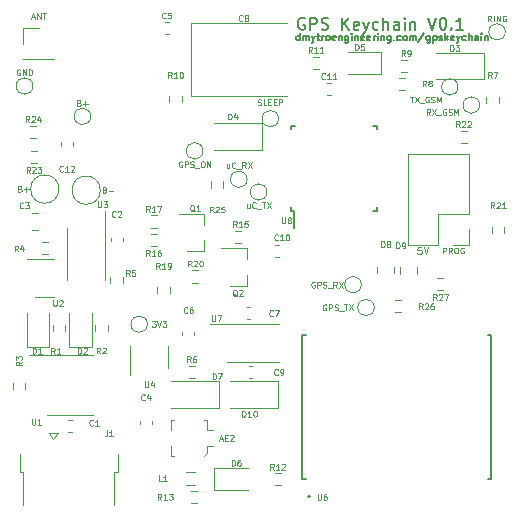
<source format=gto>
G04 #@! TF.GenerationSoftware,KiCad,Pcbnew,5.1.10-88a1d61d58~90~ubuntu20.04.1*
G04 #@! TF.CreationDate,2021-08-08T16:04:40+03:00*
G04 #@! TF.ProjectId,GPS_keychain,4750535f-6b65-4796-9368-61696e2e6b69,rev?*
G04 #@! TF.SameCoordinates,Original*
G04 #@! TF.FileFunction,Legend,Top*
G04 #@! TF.FilePolarity,Positive*
%FSLAX46Y46*%
G04 Gerber Fmt 4.6, Leading zero omitted, Abs format (unit mm)*
G04 Created by KiCad (PCBNEW 5.1.10-88a1d61d58~90~ubuntu20.04.1) date 2021-08-08 16:04:40*
%MOMM*%
%LPD*%
G01*
G04 APERTURE LIST*
%ADD10C,0.100000*%
%ADD11C,0.150000*%
%ADD12C,0.120000*%
%ADD13C,0.200000*%
%ADD14C,0.127000*%
%ADD15C,1.700000*%
%ADD16R,1.600000X0.550000*%
%ADD17R,0.550000X1.600000*%
%ADD18R,0.800000X1.800000*%
%ADD19R,0.650000X1.060000*%
%ADD20R,0.700000X0.510000*%
%ADD21R,2.290000X3.000000*%
%ADD22C,1.000000*%
%ADD23R,0.900000X0.800000*%
%ADD24O,1.700000X1.700000*%
%ADD25R,1.700000X1.700000*%
%ADD26C,2.000000*%
%ADD27R,1.430000X2.500000*%
%ADD28O,1.350000X1.700000*%
%ADD29O,1.100000X1.500000*%
%ADD30R,0.400000X1.650000*%
%ADD31R,2.000000X1.500000*%
%ADD32R,1.825000X0.700000*%
%ADD33R,1.350000X2.000000*%
%ADD34R,1.000000X1.000000*%
%ADD35R,2.200000X1.050000*%
G04 APERTURE END LIST*
D10*
X225185714Y-130471428D02*
X224900000Y-130471428D01*
X224871428Y-130757142D01*
X224900000Y-130728571D01*
X224957142Y-130700000D01*
X225100000Y-130700000D01*
X225157142Y-130728571D01*
X225185714Y-130757142D01*
X225214285Y-130814285D01*
X225214285Y-130957142D01*
X225185714Y-131014285D01*
X225157142Y-131042857D01*
X225100000Y-131071428D01*
X224957142Y-131071428D01*
X224900000Y-131042857D01*
X224871428Y-131014285D01*
X225385714Y-130471428D02*
X225585714Y-131071428D01*
X225785714Y-130471428D01*
D11*
X214892282Y-112989008D02*
X214892282Y-112389008D01*
X214892282Y-112960437D02*
X214835140Y-112989008D01*
X214720854Y-112989008D01*
X214663711Y-112960437D01*
X214635140Y-112931865D01*
X214606568Y-112874722D01*
X214606568Y-112703294D01*
X214635140Y-112646151D01*
X214663711Y-112617580D01*
X214720854Y-112589008D01*
X214835140Y-112589008D01*
X214892282Y-112617580D01*
X215177997Y-112989008D02*
X215177997Y-112589008D01*
X215177997Y-112646151D02*
X215206568Y-112617580D01*
X215263711Y-112589008D01*
X215349425Y-112589008D01*
X215406568Y-112617580D01*
X215435140Y-112674722D01*
X215435140Y-112989008D01*
X215435140Y-112674722D02*
X215463711Y-112617580D01*
X215520854Y-112589008D01*
X215606568Y-112589008D01*
X215663711Y-112617580D01*
X215692282Y-112674722D01*
X215692282Y-112989008D01*
X215920854Y-112589008D02*
X216063711Y-112989008D01*
X216206568Y-112589008D02*
X216063711Y-112989008D01*
X216006568Y-113131865D01*
X215977997Y-113160437D01*
X215920854Y-113189008D01*
X216349425Y-112589008D02*
X216577997Y-112589008D01*
X216435140Y-112389008D02*
X216435140Y-112903294D01*
X216463711Y-112960437D01*
X216520854Y-112989008D01*
X216577997Y-112989008D01*
X216777997Y-112989008D02*
X216777997Y-112589008D01*
X216777997Y-112703294D02*
X216806568Y-112646151D01*
X216835140Y-112617580D01*
X216892282Y-112589008D01*
X216949425Y-112589008D01*
X217235140Y-112989008D02*
X217177997Y-112960437D01*
X217149425Y-112931865D01*
X217120854Y-112874722D01*
X217120854Y-112703294D01*
X217149425Y-112646151D01*
X217177997Y-112617580D01*
X217235140Y-112589008D01*
X217320854Y-112589008D01*
X217377997Y-112617580D01*
X217406568Y-112646151D01*
X217435140Y-112703294D01*
X217435140Y-112874722D01*
X217406568Y-112931865D01*
X217377997Y-112960437D01*
X217320854Y-112989008D01*
X217235140Y-112989008D01*
X217920854Y-112960437D02*
X217863711Y-112989008D01*
X217749425Y-112989008D01*
X217692282Y-112960437D01*
X217663711Y-112903294D01*
X217663711Y-112674722D01*
X217692282Y-112617580D01*
X217749425Y-112589008D01*
X217863711Y-112589008D01*
X217920854Y-112617580D01*
X217949425Y-112674722D01*
X217949425Y-112731865D01*
X217663711Y-112789008D01*
X218206568Y-112589008D02*
X218206568Y-112989008D01*
X218206568Y-112646151D02*
X218235140Y-112617580D01*
X218292282Y-112589008D01*
X218377997Y-112589008D01*
X218435140Y-112617580D01*
X218463711Y-112674722D01*
X218463711Y-112989008D01*
X219006568Y-112589008D02*
X219006568Y-113074722D01*
X218977997Y-113131865D01*
X218949425Y-113160437D01*
X218892282Y-113189008D01*
X218806568Y-113189008D01*
X218749425Y-113160437D01*
X219006568Y-112960437D02*
X218949425Y-112989008D01*
X218835140Y-112989008D01*
X218777997Y-112960437D01*
X218749425Y-112931865D01*
X218720854Y-112874722D01*
X218720854Y-112703294D01*
X218749425Y-112646151D01*
X218777997Y-112617580D01*
X218835140Y-112589008D01*
X218949425Y-112589008D01*
X219006568Y-112617580D01*
X219292282Y-112989008D02*
X219292282Y-112589008D01*
X219292282Y-112389008D02*
X219263711Y-112417580D01*
X219292282Y-112446151D01*
X219320854Y-112417580D01*
X219292282Y-112389008D01*
X219292282Y-112446151D01*
X219577997Y-112589008D02*
X219577997Y-112989008D01*
X219577997Y-112646151D02*
X219606568Y-112617580D01*
X219663711Y-112589008D01*
X219749425Y-112589008D01*
X219806568Y-112617580D01*
X219835140Y-112674722D01*
X219835140Y-112989008D01*
X220349425Y-112960437D02*
X220292282Y-112989008D01*
X220177997Y-112989008D01*
X220120854Y-112960437D01*
X220092282Y-112903294D01*
X220092282Y-112674722D01*
X220120854Y-112617580D01*
X220177997Y-112589008D01*
X220292282Y-112589008D01*
X220349425Y-112617580D01*
X220377997Y-112674722D01*
X220377997Y-112731865D01*
X220092282Y-112789008D01*
X220863711Y-112960437D02*
X220806568Y-112989008D01*
X220692282Y-112989008D01*
X220635140Y-112960437D01*
X220606568Y-112903294D01*
X220606568Y-112674722D01*
X220635140Y-112617580D01*
X220692282Y-112589008D01*
X220806568Y-112589008D01*
X220863711Y-112617580D01*
X220892282Y-112674722D01*
X220892282Y-112731865D01*
X220606568Y-112789008D01*
X221149425Y-112989008D02*
X221149425Y-112589008D01*
X221149425Y-112703294D02*
X221177997Y-112646151D01*
X221206568Y-112617580D01*
X221263711Y-112589008D01*
X221320854Y-112589008D01*
X221520854Y-112989008D02*
X221520854Y-112589008D01*
X221520854Y-112389008D02*
X221492282Y-112417580D01*
X221520854Y-112446151D01*
X221549425Y-112417580D01*
X221520854Y-112389008D01*
X221520854Y-112446151D01*
X221806568Y-112589008D02*
X221806568Y-112989008D01*
X221806568Y-112646151D02*
X221835140Y-112617580D01*
X221892282Y-112589008D01*
X221977997Y-112589008D01*
X222035140Y-112617580D01*
X222063711Y-112674722D01*
X222063711Y-112989008D01*
X222606568Y-112589008D02*
X222606568Y-113074722D01*
X222577997Y-113131865D01*
X222549425Y-113160437D01*
X222492282Y-113189008D01*
X222406568Y-113189008D01*
X222349425Y-113160437D01*
X222606568Y-112960437D02*
X222549425Y-112989008D01*
X222435140Y-112989008D01*
X222377997Y-112960437D01*
X222349425Y-112931865D01*
X222320854Y-112874722D01*
X222320854Y-112703294D01*
X222349425Y-112646151D01*
X222377997Y-112617580D01*
X222435140Y-112589008D01*
X222549425Y-112589008D01*
X222606568Y-112617580D01*
X222892282Y-112931865D02*
X222920854Y-112960437D01*
X222892282Y-112989008D01*
X222863711Y-112960437D01*
X222892282Y-112931865D01*
X222892282Y-112989008D01*
X223435140Y-112960437D02*
X223377997Y-112989008D01*
X223263711Y-112989008D01*
X223206568Y-112960437D01*
X223177997Y-112931865D01*
X223149425Y-112874722D01*
X223149425Y-112703294D01*
X223177997Y-112646151D01*
X223206568Y-112617580D01*
X223263711Y-112589008D01*
X223377997Y-112589008D01*
X223435140Y-112617580D01*
X223777997Y-112989008D02*
X223720854Y-112960437D01*
X223692282Y-112931865D01*
X223663711Y-112874722D01*
X223663711Y-112703294D01*
X223692282Y-112646151D01*
X223720854Y-112617580D01*
X223777997Y-112589008D01*
X223863711Y-112589008D01*
X223920854Y-112617580D01*
X223949425Y-112646151D01*
X223977997Y-112703294D01*
X223977997Y-112874722D01*
X223949425Y-112931865D01*
X223920854Y-112960437D01*
X223863711Y-112989008D01*
X223777997Y-112989008D01*
X224235140Y-112989008D02*
X224235140Y-112589008D01*
X224235140Y-112646151D02*
X224263711Y-112617580D01*
X224320854Y-112589008D01*
X224406568Y-112589008D01*
X224463711Y-112617580D01*
X224492282Y-112674722D01*
X224492282Y-112989008D01*
X224492282Y-112674722D02*
X224520854Y-112617580D01*
X224577997Y-112589008D01*
X224663711Y-112589008D01*
X224720854Y-112617580D01*
X224749425Y-112674722D01*
X224749425Y-112989008D01*
X225463711Y-112360437D02*
X224949425Y-113131865D01*
X225920854Y-112589008D02*
X225920854Y-113074722D01*
X225892282Y-113131865D01*
X225863711Y-113160437D01*
X225806568Y-113189008D01*
X225720854Y-113189008D01*
X225663711Y-113160437D01*
X225920854Y-112960437D02*
X225863711Y-112989008D01*
X225749425Y-112989008D01*
X225692282Y-112960437D01*
X225663711Y-112931865D01*
X225635140Y-112874722D01*
X225635140Y-112703294D01*
X225663711Y-112646151D01*
X225692282Y-112617580D01*
X225749425Y-112589008D01*
X225863711Y-112589008D01*
X225920854Y-112617580D01*
X226206568Y-112589008D02*
X226206568Y-113189008D01*
X226206568Y-112617580D02*
X226263711Y-112589008D01*
X226377997Y-112589008D01*
X226435140Y-112617580D01*
X226463711Y-112646151D01*
X226492282Y-112703294D01*
X226492282Y-112874722D01*
X226463711Y-112931865D01*
X226435140Y-112960437D01*
X226377997Y-112989008D01*
X226263711Y-112989008D01*
X226206568Y-112960437D01*
X226720854Y-112960437D02*
X226777997Y-112989008D01*
X226892282Y-112989008D01*
X226949425Y-112960437D01*
X226977997Y-112903294D01*
X226977997Y-112874722D01*
X226949425Y-112817580D01*
X226892282Y-112789008D01*
X226806568Y-112789008D01*
X226749425Y-112760437D01*
X226720854Y-112703294D01*
X226720854Y-112674722D01*
X226749425Y-112617580D01*
X226806568Y-112589008D01*
X226892282Y-112589008D01*
X226949425Y-112617580D01*
X227235140Y-112989008D02*
X227235140Y-112389008D01*
X227292282Y-112760437D02*
X227463711Y-112989008D01*
X227463711Y-112589008D02*
X227235140Y-112817580D01*
X227949425Y-112960437D02*
X227892282Y-112989008D01*
X227777997Y-112989008D01*
X227720854Y-112960437D01*
X227692282Y-112903294D01*
X227692282Y-112674722D01*
X227720854Y-112617580D01*
X227777997Y-112589008D01*
X227892282Y-112589008D01*
X227949425Y-112617580D01*
X227977997Y-112674722D01*
X227977997Y-112731865D01*
X227692282Y-112789008D01*
X228177997Y-112589008D02*
X228320854Y-112989008D01*
X228463711Y-112589008D02*
X228320854Y-112989008D01*
X228263711Y-113131865D01*
X228235140Y-113160437D01*
X228177997Y-113189008D01*
X228949425Y-112960437D02*
X228892282Y-112989008D01*
X228777997Y-112989008D01*
X228720854Y-112960437D01*
X228692282Y-112931865D01*
X228663711Y-112874722D01*
X228663711Y-112703294D01*
X228692282Y-112646151D01*
X228720854Y-112617580D01*
X228777997Y-112589008D01*
X228892282Y-112589008D01*
X228949425Y-112617580D01*
X229206568Y-112989008D02*
X229206568Y-112389008D01*
X229463711Y-112989008D02*
X229463711Y-112674722D01*
X229435140Y-112617580D01*
X229377997Y-112589008D01*
X229292282Y-112589008D01*
X229235140Y-112617580D01*
X229206568Y-112646151D01*
X230006568Y-112989008D02*
X230006568Y-112674722D01*
X229977997Y-112617580D01*
X229920854Y-112589008D01*
X229806568Y-112589008D01*
X229749425Y-112617580D01*
X230006568Y-112960437D02*
X229949425Y-112989008D01*
X229806568Y-112989008D01*
X229749425Y-112960437D01*
X229720854Y-112903294D01*
X229720854Y-112846151D01*
X229749425Y-112789008D01*
X229806568Y-112760437D01*
X229949425Y-112760437D01*
X230006568Y-112731865D01*
X230292282Y-112989008D02*
X230292282Y-112589008D01*
X230292282Y-112389008D02*
X230263711Y-112417580D01*
X230292282Y-112446151D01*
X230320854Y-112417580D01*
X230292282Y-112389008D01*
X230292282Y-112446151D01*
X230577997Y-112589008D02*
X230577997Y-112989008D01*
X230577997Y-112646151D02*
X230606568Y-112617580D01*
X230663711Y-112589008D01*
X230749425Y-112589008D01*
X230806568Y-112617580D01*
X230835140Y-112674722D01*
X230835140Y-112989008D01*
X215318508Y-111125380D02*
X215223270Y-111077760D01*
X215080413Y-111077760D01*
X214937556Y-111125380D01*
X214842318Y-111220618D01*
X214794699Y-111315856D01*
X214747080Y-111506332D01*
X214747080Y-111649189D01*
X214794699Y-111839665D01*
X214842318Y-111934903D01*
X214937556Y-112030141D01*
X215080413Y-112077760D01*
X215175651Y-112077760D01*
X215318508Y-112030141D01*
X215366127Y-111982522D01*
X215366127Y-111649189D01*
X215175651Y-111649189D01*
X215794699Y-112077760D02*
X215794699Y-111077760D01*
X216175651Y-111077760D01*
X216270889Y-111125380D01*
X216318508Y-111172999D01*
X216366127Y-111268237D01*
X216366127Y-111411094D01*
X216318508Y-111506332D01*
X216270889Y-111553951D01*
X216175651Y-111601570D01*
X215794699Y-111601570D01*
X216747080Y-112030141D02*
X216889937Y-112077760D01*
X217128032Y-112077760D01*
X217223270Y-112030141D01*
X217270889Y-111982522D01*
X217318508Y-111887284D01*
X217318508Y-111792046D01*
X217270889Y-111696808D01*
X217223270Y-111649189D01*
X217128032Y-111601570D01*
X216937556Y-111553951D01*
X216842318Y-111506332D01*
X216794699Y-111458713D01*
X216747080Y-111363475D01*
X216747080Y-111268237D01*
X216794699Y-111172999D01*
X216842318Y-111125380D01*
X216937556Y-111077760D01*
X217175651Y-111077760D01*
X217318508Y-111125380D01*
X218508984Y-112077760D02*
X218508984Y-111077760D01*
X219080413Y-112077760D02*
X218651841Y-111506332D01*
X219080413Y-111077760D02*
X218508984Y-111649189D01*
X219889937Y-112030141D02*
X219794699Y-112077760D01*
X219604222Y-112077760D01*
X219508984Y-112030141D01*
X219461365Y-111934903D01*
X219461365Y-111553951D01*
X219508984Y-111458713D01*
X219604222Y-111411094D01*
X219794699Y-111411094D01*
X219889937Y-111458713D01*
X219937556Y-111553951D01*
X219937556Y-111649189D01*
X219461365Y-111744427D01*
X220270889Y-111411094D02*
X220508984Y-112077760D01*
X220747080Y-111411094D02*
X220508984Y-112077760D01*
X220413746Y-112315856D01*
X220366127Y-112363475D01*
X220270889Y-112411094D01*
X221556603Y-112030141D02*
X221461365Y-112077760D01*
X221270889Y-112077760D01*
X221175651Y-112030141D01*
X221128032Y-111982522D01*
X221080413Y-111887284D01*
X221080413Y-111601570D01*
X221128032Y-111506332D01*
X221175651Y-111458713D01*
X221270889Y-111411094D01*
X221461365Y-111411094D01*
X221556603Y-111458713D01*
X221985175Y-112077760D02*
X221985175Y-111077760D01*
X222413746Y-112077760D02*
X222413746Y-111553951D01*
X222366127Y-111458713D01*
X222270889Y-111411094D01*
X222128032Y-111411094D01*
X222032794Y-111458713D01*
X221985175Y-111506332D01*
X223318508Y-112077760D02*
X223318508Y-111553951D01*
X223270889Y-111458713D01*
X223175651Y-111411094D01*
X222985175Y-111411094D01*
X222889937Y-111458713D01*
X223318508Y-112030141D02*
X223223270Y-112077760D01*
X222985175Y-112077760D01*
X222889937Y-112030141D01*
X222842318Y-111934903D01*
X222842318Y-111839665D01*
X222889937Y-111744427D01*
X222985175Y-111696808D01*
X223223270Y-111696808D01*
X223318508Y-111649189D01*
X223794699Y-112077760D02*
X223794699Y-111411094D01*
X223794699Y-111077760D02*
X223747080Y-111125380D01*
X223794699Y-111172999D01*
X223842318Y-111125380D01*
X223794699Y-111077760D01*
X223794699Y-111172999D01*
X224270889Y-111411094D02*
X224270889Y-112077760D01*
X224270889Y-111506332D02*
X224318508Y-111458713D01*
X224413746Y-111411094D01*
X224556603Y-111411094D01*
X224651841Y-111458713D01*
X224699460Y-111553951D01*
X224699460Y-112077760D01*
X225794699Y-111077760D02*
X226128032Y-112077760D01*
X226461365Y-111077760D01*
X226985175Y-111077760D02*
X227080413Y-111077760D01*
X227175651Y-111125380D01*
X227223270Y-111172999D01*
X227270889Y-111268237D01*
X227318508Y-111458713D01*
X227318508Y-111696808D01*
X227270889Y-111887284D01*
X227223270Y-111982522D01*
X227175651Y-112030141D01*
X227080413Y-112077760D01*
X226985175Y-112077760D01*
X226889937Y-112030141D01*
X226842318Y-111982522D01*
X226794699Y-111887284D01*
X226747080Y-111696808D01*
X226747080Y-111458713D01*
X226794699Y-111268237D01*
X226842318Y-111172999D01*
X226889937Y-111125380D01*
X226985175Y-111077760D01*
X227747080Y-111982522D02*
X227794699Y-112030141D01*
X227747080Y-112077760D01*
X227699460Y-112030141D01*
X227747080Y-111982522D01*
X227747080Y-112077760D01*
X228747080Y-112077760D02*
X228175651Y-112077760D01*
X228461365Y-112077760D02*
X228461365Y-111077760D01*
X228366127Y-111220618D01*
X228270889Y-111315856D01*
X228175651Y-111363475D01*
D12*
X191468700Y-114601300D02*
X194128700Y-114601300D01*
X191468700Y-114541300D02*
X191468700Y-114601300D01*
X194128700Y-114541300D02*
X194128700Y-114601300D01*
X191468700Y-114541300D02*
X194128700Y-114541300D01*
X191468700Y-113271300D02*
X191468700Y-111941300D01*
X191468700Y-111941300D02*
X192798700Y-111941300D01*
D11*
X214194220Y-127455660D02*
X214419220Y-127455660D01*
X214194220Y-120205660D02*
X214519220Y-120205660D01*
X221444220Y-120205660D02*
X221119220Y-120205660D01*
X221444220Y-127455660D02*
X221119220Y-127455660D01*
X214194220Y-127455660D02*
X214194220Y-127130660D01*
X221444220Y-127455660D02*
X221444220Y-127130660D01*
X221444220Y-120205660D02*
X221444220Y-120530660D01*
X214194220Y-120205660D02*
X214194220Y-120530660D01*
X214419220Y-127455660D02*
X214419220Y-128880660D01*
D12*
X210908980Y-140212840D02*
X213108980Y-140212840D01*
X210908980Y-140212840D02*
X208708980Y-140212840D01*
X210908980Y-136992840D02*
X213108980Y-136992840D01*
X210908980Y-136992840D02*
X207308980Y-136992840D01*
D13*
X215813600Y-151607840D02*
G75*
G03*
X215813600Y-151607840I-100000J0D01*
G01*
D14*
X215393600Y-150107840D02*
X215113600Y-150107840D01*
X215113600Y-150107840D02*
X215113600Y-137907840D01*
X215113600Y-137907840D02*
X215393600Y-137907840D01*
X230833600Y-150107840D02*
X231113600Y-150107840D01*
X231113600Y-150107840D02*
X231113600Y-137907840D01*
X231113600Y-137907840D02*
X230833600Y-137907840D01*
D12*
X203778760Y-140706680D02*
X203778760Y-138906680D01*
X200558760Y-138906680D02*
X200558760Y-141356680D01*
X195234800Y-131036140D02*
X195234800Y-133236140D01*
X195234800Y-131036140D02*
X195234800Y-128836140D01*
X198454800Y-131036140D02*
X198454800Y-133236140D01*
X198454800Y-131036140D02*
X198454800Y-127436140D01*
X192527800Y-134711240D02*
X194127800Y-134711240D01*
X194127800Y-131511240D02*
X191827800Y-131511240D01*
X195458080Y-144749200D02*
X197408080Y-144749200D01*
X195458080Y-144749200D02*
X193508080Y-144749200D01*
X195458080Y-139629200D02*
X197408080Y-139629200D01*
X195458080Y-139629200D02*
X192008080Y-139629200D01*
X212121980Y-125826520D02*
G75*
G03*
X212121980Y-125826520I-700000J0D01*
G01*
X210445580Y-124747020D02*
G75*
G03*
X210445580Y-124747020I-700000J0D01*
G01*
X232309900Y-112268000D02*
G75*
G03*
X232309900Y-112268000I-700000J0D01*
G01*
X213107500Y-119621300D02*
G75*
G03*
X213107500Y-119621300I-700000J0D01*
G01*
X230125500Y-118465600D02*
G75*
G03*
X230125500Y-118465600I-700000J0D01*
G01*
X228309400Y-116928900D02*
G75*
G03*
X228309400Y-116928900I-700000J0D01*
G01*
X220115360Y-133672580D02*
G75*
G03*
X220115360Y-133672580I-700000J0D01*
G01*
X221215180Y-135613140D02*
G75*
G03*
X221215180Y-135613140I-700000J0D01*
G01*
X206706700Y-122339100D02*
G75*
G03*
X206706700Y-122339100I-700000J0D01*
G01*
X197207100Y-119430800D02*
G75*
G03*
X197207100Y-119430800I-700000J0D01*
G01*
X202007700Y-137020300D02*
G75*
G03*
X202007700Y-137020300I-700000J0D01*
G01*
X192304900Y-116852700D02*
G75*
G03*
X192304900Y-116852700I-700000J0D01*
G01*
X227072284Y-134116340D02*
X226562836Y-134116340D01*
X227072284Y-133071340D02*
X226562836Y-133071340D01*
X223003656Y-134983960D02*
X223513104Y-134983960D01*
X223003656Y-136028960D02*
X223513104Y-136028960D01*
X207394280Y-125446884D02*
X207394280Y-124937436D01*
X208439280Y-125446884D02*
X208439280Y-124937436D01*
X192093756Y-120198620D02*
X192603204Y-120198620D01*
X192093756Y-121243620D02*
X192603204Y-121243620D01*
X192656544Y-123392460D02*
X192147096Y-123392460D01*
X192656544Y-122347460D02*
X192147096Y-122347460D01*
X228517356Y-120627880D02*
X229026804Y-120627880D01*
X228517356Y-121672880D02*
X229026804Y-121672880D01*
X232223840Y-128753776D02*
X232223840Y-129263224D01*
X231178840Y-128753776D02*
X231178840Y-129263224D01*
X205817376Y-132446500D02*
X206326824Y-132446500D01*
X205817376Y-133491500D02*
X206326824Y-133491500D01*
X203887600Y-133871876D02*
X203887600Y-134381324D01*
X202842600Y-133871876D02*
X202842600Y-134381324D01*
X202274076Y-127811000D02*
X202783524Y-127811000D01*
X202274076Y-128856000D02*
X202783524Y-128856000D01*
X202274076Y-129360400D02*
X202783524Y-129360400D01*
X202274076Y-130405400D02*
X202783524Y-130405400D01*
X209904424Y-130176800D02*
X209394976Y-130176800D01*
X209904424Y-129131800D02*
X209394976Y-129131800D01*
X205675136Y-151145980D02*
X206184584Y-151145980D01*
X205675136Y-152190980D02*
X206184584Y-152190980D01*
X212785236Y-149606740D02*
X213294684Y-149606740D01*
X212785236Y-150651740D02*
X213294684Y-150651740D01*
X216018016Y-114369320D02*
X216527464Y-114369320D01*
X216018016Y-115414320D02*
X216527464Y-115414320D01*
X204903600Y-117704776D02*
X204903600Y-118214224D01*
X203858600Y-117704776D02*
X203858600Y-118214224D01*
X223472916Y-114648720D02*
X223982364Y-114648720D01*
X223472916Y-115693720D02*
X223982364Y-115693720D01*
X223307816Y-116142240D02*
X223817264Y-116142240D01*
X223307816Y-117187240D02*
X223817264Y-117187240D01*
X231751400Y-117780976D02*
X231751400Y-118290424D01*
X230706400Y-117780976D02*
X230706400Y-118290424D01*
X206008064Y-141614420D02*
X205498616Y-141614420D01*
X206008064Y-140569420D02*
X205498616Y-140569420D01*
X199912500Y-132985416D02*
X199912500Y-133494864D01*
X198867500Y-132985416D02*
X198867500Y-133494864D01*
X193582384Y-131063260D02*
X193072936Y-131063260D01*
X193582384Y-130018260D02*
X193072936Y-130018260D01*
X190632820Y-142471224D02*
X190632820Y-141961776D01*
X191677820Y-142471224D02*
X191677820Y-141961776D01*
X198637420Y-137090056D02*
X198637420Y-137599504D01*
X197592420Y-137090056D02*
X197592420Y-137599504D01*
X195056020Y-137054496D02*
X195056020Y-137563944D01*
X194011020Y-137054496D02*
X194011020Y-137563944D01*
X210421000Y-133764100D02*
X210421000Y-132834100D01*
X210421000Y-130604100D02*
X210421000Y-131534100D01*
X210421000Y-130604100D02*
X208261000Y-130604100D01*
X210421000Y-133764100D02*
X208961000Y-133764100D01*
X206808100Y-130853300D02*
X206808100Y-129923300D01*
X206808100Y-127693300D02*
X206808100Y-128623300D01*
X206808100Y-127693300D02*
X204648100Y-127693300D01*
X206808100Y-130853300D02*
X205348100Y-130853300D01*
X205251638Y-149528600D02*
X206072122Y-149528600D01*
X205251638Y-150648600D02*
X206072122Y-150648600D01*
X229246740Y-122568660D02*
X224046740Y-122568660D01*
X229246740Y-127708660D02*
X229246740Y-122568660D01*
X224046740Y-130308660D02*
X224046740Y-122568660D01*
X229246740Y-127708660D02*
X226646740Y-127708660D01*
X226646740Y-127708660D02*
X226646740Y-130308660D01*
X226646740Y-130308660D02*
X224046740Y-130308660D01*
X229246740Y-128978660D02*
X229246740Y-130308660D01*
X229246740Y-130308660D02*
X227916740Y-130308660D01*
X198019520Y-125674120D02*
G75*
G03*
X198019520Y-125674120I-1200000J0D01*
G01*
X194514320Y-125577600D02*
G75*
G03*
X194514320Y-125577600I-1200000J0D01*
G01*
X191204060Y-149522520D02*
X191204060Y-147972520D01*
X191204060Y-149522520D02*
X191504060Y-149522520D01*
X191504060Y-152322520D02*
X191504060Y-149522520D01*
X199504060Y-149522520D02*
X199504060Y-147972520D01*
X199204060Y-149522520D02*
X199504060Y-149522520D01*
X199204060Y-152322520D02*
X199204060Y-149522520D01*
X194454060Y-146272520D02*
X194054060Y-146722520D01*
X193654060Y-146272520D02*
X194454060Y-146272520D01*
X194054060Y-146722520D02*
X193654060Y-146272520D01*
X209037120Y-144126840D02*
X213097120Y-144126840D01*
X213097120Y-144126840D02*
X213097120Y-141856840D01*
X213097120Y-141856840D02*
X209037120Y-141856840D01*
X223381900Y-132728692D02*
X223381900Y-132206188D01*
X224851900Y-132728692D02*
X224851900Y-132206188D01*
X221421020Y-132726152D02*
X221421020Y-132203648D01*
X222891020Y-132726152D02*
X222891020Y-132203648D01*
X204027300Y-144111600D02*
X208087300Y-144111600D01*
X208087300Y-144111600D02*
X208087300Y-141841600D01*
X208087300Y-141841600D02*
X204027300Y-141841600D01*
X210541000Y-149169240D02*
X207681000Y-149169240D01*
X207681000Y-149169240D02*
X207681000Y-151089240D01*
X207681000Y-151089240D02*
X210541000Y-151089240D01*
X221820080Y-113949600D02*
X218960080Y-113949600D01*
X221820080Y-115869600D02*
X221820080Y-113949600D01*
X218960080Y-115869600D02*
X221820080Y-115869600D01*
X207630900Y-122254900D02*
X211690900Y-122254900D01*
X211690900Y-122254900D02*
X211690900Y-119984900D01*
X211690900Y-119984900D02*
X207630900Y-119984900D01*
X226427560Y-116298600D02*
X230487560Y-116298600D01*
X230487560Y-116298600D02*
X230487560Y-114028600D01*
X230487560Y-114028600D02*
X226427560Y-114028600D01*
X195361680Y-136090040D02*
X195361680Y-138950040D01*
X195361680Y-138950040D02*
X197281680Y-138950040D01*
X197281680Y-138950040D02*
X197281680Y-136090040D01*
X191795520Y-136064640D02*
X191795520Y-138924640D01*
X191795520Y-138924640D02*
X193715520Y-138924640D01*
X193715520Y-138924640D02*
X193715520Y-136064640D01*
X195683600Y-121622433D02*
X195683600Y-121914967D01*
X194663600Y-121622433D02*
X194663600Y-121914967D01*
X217220413Y-116566220D02*
X217512947Y-116566220D01*
X217220413Y-117586220D02*
X217512947Y-117586220D01*
X212821133Y-130338100D02*
X213113667Y-130338100D01*
X212821133Y-131358100D02*
X213113667Y-131358100D01*
X210592453Y-140571760D02*
X210884987Y-140571760D01*
X210592453Y-141591760D02*
X210884987Y-141591760D01*
X213790820Y-111497340D02*
X205730820Y-111497340D01*
X205730820Y-111497340D02*
X205730820Y-117717340D01*
X205730820Y-117717340D02*
X213790820Y-117717340D01*
X210702107Y-136598120D02*
X210409573Y-136598120D01*
X210702107Y-135578120D02*
X210409573Y-135578120D01*
X204965840Y-137975727D02*
X204965840Y-137683193D01*
X205985840Y-137975727D02*
X205985840Y-137683193D01*
X203512033Y-111445580D02*
X203804567Y-111445580D01*
X203512033Y-112465580D02*
X203804567Y-112465580D01*
X202384120Y-145197613D02*
X202384120Y-145490147D01*
X201364120Y-145197613D02*
X201364120Y-145490147D01*
X192748712Y-129050720D02*
X192226208Y-129050720D01*
X192748712Y-127580720D02*
X192226208Y-127580720D01*
X198890160Y-130005207D02*
X198890160Y-129712673D01*
X199910160Y-130005207D02*
X199910160Y-129712673D01*
X195292593Y-145123440D02*
X195585127Y-145123440D01*
X195292593Y-146143440D02*
X195585127Y-146143440D01*
X207021560Y-145961400D02*
X207521560Y-145961400D01*
X207021560Y-147361400D02*
X207521560Y-147361400D01*
X207021560Y-147361400D02*
X207021560Y-147961400D01*
X207021560Y-147961400D02*
X206821560Y-148161400D01*
X206821560Y-145161400D02*
X207021560Y-145161400D01*
X207021560Y-145161400D02*
X207021560Y-145961400D01*
X204021560Y-145961400D02*
X204021560Y-145161400D01*
X204021560Y-145161400D02*
X204221560Y-145161400D01*
X204221560Y-148161400D02*
X204021560Y-148161400D01*
X204021560Y-148161400D02*
X204021560Y-147361400D01*
D10*
X192227271Y-111024633D02*
X192465366Y-111024633D01*
X192179652Y-111167490D02*
X192346319Y-110667490D01*
X192512985Y-111167490D01*
X192679652Y-111167490D02*
X192679652Y-110667490D01*
X192965366Y-111167490D01*
X192965366Y-110667490D01*
X193132033Y-110667490D02*
X193417747Y-110667490D01*
X193274890Y-111167490D02*
X193274890Y-110667490D01*
X213372747Y-127983490D02*
X213372747Y-128388252D01*
X213396557Y-128435871D01*
X213420366Y-128459680D01*
X213467985Y-128483490D01*
X213563223Y-128483490D01*
X213610842Y-128459680D01*
X213634652Y-128435871D01*
X213658461Y-128388252D01*
X213658461Y-127983490D01*
X213967985Y-128197776D02*
X213920366Y-128173966D01*
X213896557Y-128150157D01*
X213872747Y-128102538D01*
X213872747Y-128078728D01*
X213896557Y-128031109D01*
X213920366Y-128007300D01*
X213967985Y-127983490D01*
X214063223Y-127983490D01*
X214110842Y-128007300D01*
X214134652Y-128031109D01*
X214158461Y-128078728D01*
X214158461Y-128102538D01*
X214134652Y-128150157D01*
X214110842Y-128173966D01*
X214063223Y-128197776D01*
X213967985Y-128197776D01*
X213920366Y-128221585D01*
X213896557Y-128245395D01*
X213872747Y-128293014D01*
X213872747Y-128388252D01*
X213896557Y-128435871D01*
X213920366Y-128459680D01*
X213967985Y-128483490D01*
X214063223Y-128483490D01*
X214110842Y-128459680D01*
X214134652Y-128435871D01*
X214158461Y-128388252D01*
X214158461Y-128293014D01*
X214134652Y-128245395D01*
X214110842Y-128221585D01*
X214063223Y-128197776D01*
X207467247Y-136238490D02*
X207467247Y-136643252D01*
X207491057Y-136690871D01*
X207514866Y-136714680D01*
X207562485Y-136738490D01*
X207657723Y-136738490D01*
X207705342Y-136714680D01*
X207729152Y-136690871D01*
X207752961Y-136643252D01*
X207752961Y-136238490D01*
X207943438Y-136238490D02*
X208276771Y-136238490D01*
X208062485Y-136738490D01*
X216420747Y-151402290D02*
X216420747Y-151807052D01*
X216444557Y-151854671D01*
X216468366Y-151878480D01*
X216515985Y-151902290D01*
X216611223Y-151902290D01*
X216658842Y-151878480D01*
X216682652Y-151854671D01*
X216706461Y-151807052D01*
X216706461Y-151402290D01*
X217158842Y-151402290D02*
X217063604Y-151402290D01*
X217015985Y-151426100D01*
X216992176Y-151449909D01*
X216944557Y-151521338D01*
X216920747Y-151616576D01*
X216920747Y-151807052D01*
X216944557Y-151854671D01*
X216968366Y-151878480D01*
X217015985Y-151902290D01*
X217111223Y-151902290D01*
X217158842Y-151878480D01*
X217182652Y-151854671D01*
X217206461Y-151807052D01*
X217206461Y-151688004D01*
X217182652Y-151640385D01*
X217158842Y-151616576D01*
X217111223Y-151592766D01*
X217015985Y-151592766D01*
X216968366Y-151616576D01*
X216944557Y-151640385D01*
X216920747Y-151688004D01*
X201790347Y-141864590D02*
X201790347Y-142269352D01*
X201814157Y-142316971D01*
X201837966Y-142340780D01*
X201885585Y-142364590D01*
X201980823Y-142364590D01*
X202028442Y-142340780D01*
X202052252Y-142316971D01*
X202076061Y-142269352D01*
X202076061Y-141864590D01*
X202528442Y-142031257D02*
X202528442Y-142364590D01*
X202409395Y-141840780D02*
X202290347Y-142197923D01*
X202599871Y-142197923D01*
X197815247Y-126624590D02*
X197815247Y-127029352D01*
X197839057Y-127076971D01*
X197862866Y-127100780D01*
X197910485Y-127124590D01*
X198005723Y-127124590D01*
X198053342Y-127100780D01*
X198077152Y-127076971D01*
X198100961Y-127029352D01*
X198100961Y-126624590D01*
X198291438Y-126624590D02*
X198600961Y-126624590D01*
X198434295Y-126815066D01*
X198505723Y-126815066D01*
X198553342Y-126838876D01*
X198577152Y-126862685D01*
X198600961Y-126910304D01*
X198600961Y-127029352D01*
X198577152Y-127076971D01*
X198553342Y-127100780D01*
X198505723Y-127124590D01*
X198362866Y-127124590D01*
X198315247Y-127100780D01*
X198291438Y-127076971D01*
X194043347Y-134981190D02*
X194043347Y-135385952D01*
X194067157Y-135433571D01*
X194090966Y-135457380D01*
X194138585Y-135481190D01*
X194233823Y-135481190D01*
X194281442Y-135457380D01*
X194305252Y-135433571D01*
X194329061Y-135385952D01*
X194329061Y-134981190D01*
X194543347Y-135028809D02*
X194567157Y-135005000D01*
X194614776Y-134981190D01*
X194733823Y-134981190D01*
X194781442Y-135005000D01*
X194805252Y-135028809D01*
X194829061Y-135076428D01*
X194829061Y-135124047D01*
X194805252Y-135195476D01*
X194519538Y-135481190D01*
X194829061Y-135481190D01*
X192214547Y-145014190D02*
X192214547Y-145418952D01*
X192238357Y-145466571D01*
X192262166Y-145490380D01*
X192309785Y-145514190D01*
X192405023Y-145514190D01*
X192452642Y-145490380D01*
X192476452Y-145466571D01*
X192500261Y-145418952D01*
X192500261Y-145014190D01*
X193000261Y-145514190D02*
X192714547Y-145514190D01*
X192857404Y-145514190D02*
X192857404Y-145014190D01*
X192809785Y-145085619D01*
X192762166Y-145133238D01*
X192714547Y-145157047D01*
X210654995Y-126854757D02*
X210654995Y-127188090D01*
X210440709Y-126854757D02*
X210440709Y-127116661D01*
X210464519Y-127164280D01*
X210512138Y-127188090D01*
X210583566Y-127188090D01*
X210631185Y-127164280D01*
X210654995Y-127140471D01*
X211178804Y-127140471D02*
X211154995Y-127164280D01*
X211083566Y-127188090D01*
X211035947Y-127188090D01*
X210964519Y-127164280D01*
X210916900Y-127116661D01*
X210893090Y-127069042D01*
X210869280Y-126973804D01*
X210869280Y-126902376D01*
X210893090Y-126807138D01*
X210916900Y-126759519D01*
X210964519Y-126711900D01*
X211035947Y-126688090D01*
X211083566Y-126688090D01*
X211154995Y-126711900D01*
X211178804Y-126735709D01*
X211274042Y-127235709D02*
X211654995Y-127235709D01*
X211702614Y-126688090D02*
X211988328Y-126688090D01*
X211845471Y-127188090D02*
X211845471Y-126688090D01*
X212107376Y-126688090D02*
X212440709Y-127188090D01*
X212440709Y-126688090D02*
X212107376Y-127188090D01*
X208919071Y-123476557D02*
X208919071Y-123809890D01*
X208704785Y-123476557D02*
X208704785Y-123738461D01*
X208728595Y-123786080D01*
X208776214Y-123809890D01*
X208847642Y-123809890D01*
X208895261Y-123786080D01*
X208919071Y-123762271D01*
X209442880Y-123762271D02*
X209419071Y-123786080D01*
X209347642Y-123809890D01*
X209300023Y-123809890D01*
X209228595Y-123786080D01*
X209180976Y-123738461D01*
X209157166Y-123690842D01*
X209133357Y-123595604D01*
X209133357Y-123524176D01*
X209157166Y-123428938D01*
X209180976Y-123381319D01*
X209228595Y-123333700D01*
X209300023Y-123309890D01*
X209347642Y-123309890D01*
X209419071Y-123333700D01*
X209442880Y-123357509D01*
X209538119Y-123857509D02*
X209919071Y-123857509D01*
X210323833Y-123809890D02*
X210157166Y-123571795D01*
X210038119Y-123809890D02*
X210038119Y-123309890D01*
X210228595Y-123309890D01*
X210276214Y-123333700D01*
X210300023Y-123357509D01*
X210323833Y-123405128D01*
X210323833Y-123476557D01*
X210300023Y-123524176D01*
X210276214Y-123547985D01*
X210228595Y-123571795D01*
X210038119Y-123571795D01*
X210490500Y-123309890D02*
X210823833Y-123809890D01*
X210823833Y-123309890D02*
X210490500Y-123809890D01*
X231133709Y-111389290D02*
X230967042Y-111151195D01*
X230847995Y-111389290D02*
X230847995Y-110889290D01*
X231038471Y-110889290D01*
X231086090Y-110913100D01*
X231109900Y-110936909D01*
X231133709Y-110984528D01*
X231133709Y-111055957D01*
X231109900Y-111103576D01*
X231086090Y-111127385D01*
X231038471Y-111151195D01*
X230847995Y-111151195D01*
X231347995Y-111389290D02*
X231347995Y-110889290D01*
X231586090Y-111389290D02*
X231586090Y-110889290D01*
X231871804Y-111389290D01*
X231871804Y-110889290D01*
X232371804Y-110913100D02*
X232324185Y-110889290D01*
X232252757Y-110889290D01*
X232181328Y-110913100D01*
X232133709Y-110960719D01*
X232109900Y-111008338D01*
X232086090Y-111103576D01*
X232086090Y-111175004D01*
X232109900Y-111270242D01*
X232133709Y-111317861D01*
X232181328Y-111365480D01*
X232252757Y-111389290D01*
X232300376Y-111389290D01*
X232371804Y-111365480D01*
X232395614Y-111341671D01*
X232395614Y-111175004D01*
X232300376Y-111175004D01*
X211347180Y-118452080D02*
X211418609Y-118475890D01*
X211537657Y-118475890D01*
X211585276Y-118452080D01*
X211609085Y-118428271D01*
X211632895Y-118380652D01*
X211632895Y-118333033D01*
X211609085Y-118285414D01*
X211585276Y-118261604D01*
X211537657Y-118237795D01*
X211442419Y-118213985D01*
X211394800Y-118190176D01*
X211370990Y-118166366D01*
X211347180Y-118118747D01*
X211347180Y-118071128D01*
X211370990Y-118023509D01*
X211394800Y-117999700D01*
X211442419Y-117975890D01*
X211561466Y-117975890D01*
X211632895Y-117999700D01*
X212085276Y-118475890D02*
X211847180Y-118475890D01*
X211847180Y-117975890D01*
X212251942Y-118213985D02*
X212418609Y-118213985D01*
X212490038Y-118475890D02*
X212251942Y-118475890D01*
X212251942Y-117975890D01*
X212490038Y-117975890D01*
X212704323Y-118213985D02*
X212870990Y-118213985D01*
X212942419Y-118475890D02*
X212704323Y-118475890D01*
X212704323Y-117975890D01*
X212942419Y-117975890D01*
X213156704Y-118475890D02*
X213156704Y-117975890D01*
X213347180Y-117975890D01*
X213394800Y-117999700D01*
X213418609Y-118023509D01*
X213442419Y-118071128D01*
X213442419Y-118142557D01*
X213418609Y-118190176D01*
X213394800Y-118213985D01*
X213347180Y-118237795D01*
X213156704Y-118237795D01*
X225952180Y-119301390D02*
X225785514Y-119063295D01*
X225666466Y-119301390D02*
X225666466Y-118801390D01*
X225856942Y-118801390D01*
X225904561Y-118825200D01*
X225928371Y-118849009D01*
X225952180Y-118896628D01*
X225952180Y-118968057D01*
X225928371Y-119015676D01*
X225904561Y-119039485D01*
X225856942Y-119063295D01*
X225666466Y-119063295D01*
X226118847Y-118801390D02*
X226452180Y-119301390D01*
X226452180Y-118801390D02*
X226118847Y-119301390D01*
X226523609Y-119349009D02*
X226904561Y-119349009D01*
X227285514Y-118825200D02*
X227237895Y-118801390D01*
X227166466Y-118801390D01*
X227095038Y-118825200D01*
X227047419Y-118872819D01*
X227023609Y-118920438D01*
X226999800Y-119015676D01*
X226999800Y-119087104D01*
X227023609Y-119182342D01*
X227047419Y-119229961D01*
X227095038Y-119277580D01*
X227166466Y-119301390D01*
X227214085Y-119301390D01*
X227285514Y-119277580D01*
X227309323Y-119253771D01*
X227309323Y-119087104D01*
X227214085Y-119087104D01*
X227499800Y-119277580D02*
X227571228Y-119301390D01*
X227690276Y-119301390D01*
X227737895Y-119277580D01*
X227761704Y-119253771D01*
X227785514Y-119206152D01*
X227785514Y-119158533D01*
X227761704Y-119110914D01*
X227737895Y-119087104D01*
X227690276Y-119063295D01*
X227595038Y-119039485D01*
X227547419Y-119015676D01*
X227523609Y-118991866D01*
X227499800Y-118944247D01*
X227499800Y-118896628D01*
X227523609Y-118849009D01*
X227547419Y-118825200D01*
X227595038Y-118801390D01*
X227714085Y-118801390D01*
X227785514Y-118825200D01*
X227999800Y-119301390D02*
X227999800Y-118801390D01*
X228166466Y-119158533D01*
X228333133Y-118801390D01*
X228333133Y-119301390D01*
X224244861Y-117747290D02*
X224530576Y-117747290D01*
X224387719Y-118247290D02*
X224387719Y-117747290D01*
X224649623Y-117747290D02*
X224982957Y-118247290D01*
X224982957Y-117747290D02*
X224649623Y-118247290D01*
X225054385Y-118294909D02*
X225435338Y-118294909D01*
X225816290Y-117771100D02*
X225768671Y-117747290D01*
X225697242Y-117747290D01*
X225625814Y-117771100D01*
X225578195Y-117818719D01*
X225554385Y-117866338D01*
X225530576Y-117961576D01*
X225530576Y-118033004D01*
X225554385Y-118128242D01*
X225578195Y-118175861D01*
X225625814Y-118223480D01*
X225697242Y-118247290D01*
X225744861Y-118247290D01*
X225816290Y-118223480D01*
X225840100Y-118199671D01*
X225840100Y-118033004D01*
X225744861Y-118033004D01*
X226030576Y-118223480D02*
X226102004Y-118247290D01*
X226221052Y-118247290D01*
X226268671Y-118223480D01*
X226292480Y-118199671D01*
X226316290Y-118152052D01*
X226316290Y-118104433D01*
X226292480Y-118056814D01*
X226268671Y-118033004D01*
X226221052Y-118009195D01*
X226125814Y-117985385D01*
X226078195Y-117961576D01*
X226054385Y-117937766D01*
X226030576Y-117890147D01*
X226030576Y-117842528D01*
X226054385Y-117794909D01*
X226078195Y-117771100D01*
X226125814Y-117747290D01*
X226244861Y-117747290D01*
X226316290Y-117771100D01*
X226530576Y-118247290D02*
X226530576Y-117747290D01*
X226697242Y-118104433D01*
X226863909Y-117747290D01*
X226863909Y-118247290D01*
X216164285Y-133450000D02*
X216116666Y-133426190D01*
X216045238Y-133426190D01*
X215973809Y-133450000D01*
X215926190Y-133497619D01*
X215902380Y-133545238D01*
X215878571Y-133640476D01*
X215878571Y-133711904D01*
X215902380Y-133807142D01*
X215926190Y-133854761D01*
X215973809Y-133902380D01*
X216045238Y-133926190D01*
X216092857Y-133926190D01*
X216164285Y-133902380D01*
X216188095Y-133878571D01*
X216188095Y-133711904D01*
X216092857Y-133711904D01*
X216402380Y-133926190D02*
X216402380Y-133426190D01*
X216592857Y-133426190D01*
X216640476Y-133450000D01*
X216664285Y-133473809D01*
X216688095Y-133521428D01*
X216688095Y-133592857D01*
X216664285Y-133640476D01*
X216640476Y-133664285D01*
X216592857Y-133688095D01*
X216402380Y-133688095D01*
X216878571Y-133902380D02*
X216950000Y-133926190D01*
X217069047Y-133926190D01*
X217116666Y-133902380D01*
X217140476Y-133878571D01*
X217164285Y-133830952D01*
X217164285Y-133783333D01*
X217140476Y-133735714D01*
X217116666Y-133711904D01*
X217069047Y-133688095D01*
X216973809Y-133664285D01*
X216926190Y-133640476D01*
X216902380Y-133616666D01*
X216878571Y-133569047D01*
X216878571Y-133521428D01*
X216902380Y-133473809D01*
X216926190Y-133450000D01*
X216973809Y-133426190D01*
X217092857Y-133426190D01*
X217164285Y-133450000D01*
X217259523Y-133973809D02*
X217640476Y-133973809D01*
X218045238Y-133926190D02*
X217878571Y-133688095D01*
X217759523Y-133926190D02*
X217759523Y-133426190D01*
X217950000Y-133426190D01*
X217997619Y-133450000D01*
X218021428Y-133473809D01*
X218045238Y-133521428D01*
X218045238Y-133592857D01*
X218021428Y-133640476D01*
X217997619Y-133664285D01*
X217950000Y-133688095D01*
X217759523Y-133688095D01*
X218211904Y-133426190D02*
X218545238Y-133926190D01*
X218545238Y-133426190D02*
X218211904Y-133926190D01*
X217133609Y-135373300D02*
X217085990Y-135349490D01*
X217014561Y-135349490D01*
X216943133Y-135373300D01*
X216895514Y-135420919D01*
X216871704Y-135468538D01*
X216847895Y-135563776D01*
X216847895Y-135635204D01*
X216871704Y-135730442D01*
X216895514Y-135778061D01*
X216943133Y-135825680D01*
X217014561Y-135849490D01*
X217062180Y-135849490D01*
X217133609Y-135825680D01*
X217157419Y-135801871D01*
X217157419Y-135635204D01*
X217062180Y-135635204D01*
X217371704Y-135849490D02*
X217371704Y-135349490D01*
X217562180Y-135349490D01*
X217609800Y-135373300D01*
X217633609Y-135397109D01*
X217657419Y-135444728D01*
X217657419Y-135516157D01*
X217633609Y-135563776D01*
X217609800Y-135587585D01*
X217562180Y-135611395D01*
X217371704Y-135611395D01*
X217847895Y-135825680D02*
X217919323Y-135849490D01*
X218038371Y-135849490D01*
X218085990Y-135825680D01*
X218109800Y-135801871D01*
X218133609Y-135754252D01*
X218133609Y-135706633D01*
X218109800Y-135659014D01*
X218085990Y-135635204D01*
X218038371Y-135611395D01*
X217943133Y-135587585D01*
X217895514Y-135563776D01*
X217871704Y-135539966D01*
X217847895Y-135492347D01*
X217847895Y-135444728D01*
X217871704Y-135397109D01*
X217895514Y-135373300D01*
X217943133Y-135349490D01*
X218062180Y-135349490D01*
X218133609Y-135373300D01*
X218228847Y-135897109D02*
X218609800Y-135897109D01*
X218657419Y-135349490D02*
X218943133Y-135349490D01*
X218800276Y-135849490D02*
X218800276Y-135349490D01*
X219062180Y-135349490D02*
X219395514Y-135849490D01*
X219395514Y-135349490D02*
X219062180Y-135849490D01*
X204935271Y-123257500D02*
X204887652Y-123233690D01*
X204816223Y-123233690D01*
X204744795Y-123257500D01*
X204697176Y-123305119D01*
X204673366Y-123352738D01*
X204649557Y-123447976D01*
X204649557Y-123519404D01*
X204673366Y-123614642D01*
X204697176Y-123662261D01*
X204744795Y-123709880D01*
X204816223Y-123733690D01*
X204863842Y-123733690D01*
X204935271Y-123709880D01*
X204959080Y-123686071D01*
X204959080Y-123519404D01*
X204863842Y-123519404D01*
X205173366Y-123733690D02*
X205173366Y-123233690D01*
X205363842Y-123233690D01*
X205411461Y-123257500D01*
X205435271Y-123281309D01*
X205459080Y-123328928D01*
X205459080Y-123400357D01*
X205435271Y-123447976D01*
X205411461Y-123471785D01*
X205363842Y-123495595D01*
X205173366Y-123495595D01*
X205649557Y-123709880D02*
X205720985Y-123733690D01*
X205840033Y-123733690D01*
X205887652Y-123709880D01*
X205911461Y-123686071D01*
X205935271Y-123638452D01*
X205935271Y-123590833D01*
X205911461Y-123543214D01*
X205887652Y-123519404D01*
X205840033Y-123495595D01*
X205744795Y-123471785D01*
X205697176Y-123447976D01*
X205673366Y-123424166D01*
X205649557Y-123376547D01*
X205649557Y-123328928D01*
X205673366Y-123281309D01*
X205697176Y-123257500D01*
X205744795Y-123233690D01*
X205863842Y-123233690D01*
X205935271Y-123257500D01*
X206030509Y-123781309D02*
X206411461Y-123781309D01*
X206625747Y-123233690D02*
X206720985Y-123233690D01*
X206768604Y-123257500D01*
X206816223Y-123305119D01*
X206840033Y-123400357D01*
X206840033Y-123567023D01*
X206816223Y-123662261D01*
X206768604Y-123709880D01*
X206720985Y-123733690D01*
X206625747Y-123733690D01*
X206578128Y-123709880D01*
X206530509Y-123662261D01*
X206506700Y-123567023D01*
X206506700Y-123400357D01*
X206530509Y-123305119D01*
X206578128Y-123257500D01*
X206625747Y-123233690D01*
X207054319Y-123733690D02*
X207054319Y-123233690D01*
X207340033Y-123733690D01*
X207340033Y-123233690D01*
X196233290Y-118264785D02*
X196304719Y-118288595D01*
X196328528Y-118312404D01*
X196352338Y-118360023D01*
X196352338Y-118431452D01*
X196328528Y-118479071D01*
X196304719Y-118502880D01*
X196257100Y-118526690D01*
X196066623Y-118526690D01*
X196066623Y-118026690D01*
X196233290Y-118026690D01*
X196280909Y-118050500D01*
X196304719Y-118074309D01*
X196328528Y-118121928D01*
X196328528Y-118169547D01*
X196304719Y-118217166D01*
X196280909Y-118240976D01*
X196233290Y-118264785D01*
X196066623Y-118264785D01*
X196566623Y-118336214D02*
X196947576Y-118336214D01*
X196757100Y-118526690D02*
X196757100Y-118145738D01*
X202390452Y-136746490D02*
X202699976Y-136746490D01*
X202533309Y-136936966D01*
X202604738Y-136936966D01*
X202652357Y-136960776D01*
X202676166Y-136984585D01*
X202699976Y-137032204D01*
X202699976Y-137151252D01*
X202676166Y-137198871D01*
X202652357Y-137222680D01*
X202604738Y-137246490D01*
X202461880Y-137246490D01*
X202414261Y-137222680D01*
X202390452Y-137198871D01*
X202842833Y-136746490D02*
X203009500Y-137246490D01*
X203176166Y-136746490D01*
X203295214Y-136746490D02*
X203604738Y-136746490D01*
X203438071Y-136936966D01*
X203509500Y-136936966D01*
X203557119Y-136960776D01*
X203580928Y-136984585D01*
X203604738Y-137032204D01*
X203604738Y-137151252D01*
X203580928Y-137198871D01*
X203557119Y-137222680D01*
X203509500Y-137246490D01*
X203366642Y-137246490D01*
X203319023Y-137222680D01*
X203295214Y-137198871D01*
X191211247Y-115459700D02*
X191163628Y-115435890D01*
X191092200Y-115435890D01*
X191020771Y-115459700D01*
X190973152Y-115507319D01*
X190949342Y-115554938D01*
X190925533Y-115650176D01*
X190925533Y-115721604D01*
X190949342Y-115816842D01*
X190973152Y-115864461D01*
X191020771Y-115912080D01*
X191092200Y-115935890D01*
X191139819Y-115935890D01*
X191211247Y-115912080D01*
X191235057Y-115888271D01*
X191235057Y-115721604D01*
X191139819Y-115721604D01*
X191449342Y-115935890D02*
X191449342Y-115435890D01*
X191735057Y-115935890D01*
X191735057Y-115435890D01*
X191973152Y-115935890D02*
X191973152Y-115435890D01*
X192092200Y-115435890D01*
X192163628Y-115459700D01*
X192211247Y-115507319D01*
X192235057Y-115554938D01*
X192258866Y-115650176D01*
X192258866Y-115721604D01*
X192235057Y-115816842D01*
X192211247Y-115864461D01*
X192163628Y-115912080D01*
X192092200Y-115935890D01*
X191973152Y-115935890D01*
X226487871Y-134973190D02*
X226321204Y-134735095D01*
X226202157Y-134973190D02*
X226202157Y-134473190D01*
X226392633Y-134473190D01*
X226440252Y-134497000D01*
X226464061Y-134520809D01*
X226487871Y-134568428D01*
X226487871Y-134639857D01*
X226464061Y-134687476D01*
X226440252Y-134711285D01*
X226392633Y-134735095D01*
X226202157Y-134735095D01*
X226678347Y-134520809D02*
X226702157Y-134497000D01*
X226749776Y-134473190D01*
X226868823Y-134473190D01*
X226916442Y-134497000D01*
X226940252Y-134520809D01*
X226964061Y-134568428D01*
X226964061Y-134616047D01*
X226940252Y-134687476D01*
X226654538Y-134973190D01*
X226964061Y-134973190D01*
X227130728Y-134473190D02*
X227464061Y-134473190D01*
X227249776Y-134973190D01*
X225306771Y-135747890D02*
X225140104Y-135509795D01*
X225021057Y-135747890D02*
X225021057Y-135247890D01*
X225211533Y-135247890D01*
X225259152Y-135271700D01*
X225282961Y-135295509D01*
X225306771Y-135343128D01*
X225306771Y-135414557D01*
X225282961Y-135462176D01*
X225259152Y-135485985D01*
X225211533Y-135509795D01*
X225021057Y-135509795D01*
X225497247Y-135295509D02*
X225521057Y-135271700D01*
X225568676Y-135247890D01*
X225687723Y-135247890D01*
X225735342Y-135271700D01*
X225759152Y-135295509D01*
X225782961Y-135343128D01*
X225782961Y-135390747D01*
X225759152Y-135462176D01*
X225473438Y-135747890D01*
X225782961Y-135747890D01*
X226211533Y-135247890D02*
X226116295Y-135247890D01*
X226068676Y-135271700D01*
X226044866Y-135295509D01*
X225997247Y-135366938D01*
X225973438Y-135462176D01*
X225973438Y-135652652D01*
X225997247Y-135700271D01*
X226021057Y-135724080D01*
X226068676Y-135747890D01*
X226163914Y-135747890D01*
X226211533Y-135724080D01*
X226235342Y-135700271D01*
X226259152Y-135652652D01*
X226259152Y-135533604D01*
X226235342Y-135485985D01*
X226211533Y-135462176D01*
X226163914Y-135438366D01*
X226068676Y-135438366D01*
X226021057Y-135462176D01*
X225997247Y-135485985D01*
X225973438Y-135533604D01*
X207602971Y-127556390D02*
X207436304Y-127318295D01*
X207317257Y-127556390D02*
X207317257Y-127056390D01*
X207507733Y-127056390D01*
X207555352Y-127080200D01*
X207579161Y-127104009D01*
X207602971Y-127151628D01*
X207602971Y-127223057D01*
X207579161Y-127270676D01*
X207555352Y-127294485D01*
X207507733Y-127318295D01*
X207317257Y-127318295D01*
X207793447Y-127104009D02*
X207817257Y-127080200D01*
X207864876Y-127056390D01*
X207983923Y-127056390D01*
X208031542Y-127080200D01*
X208055352Y-127104009D01*
X208079161Y-127151628D01*
X208079161Y-127199247D01*
X208055352Y-127270676D01*
X207769638Y-127556390D01*
X208079161Y-127556390D01*
X208531542Y-127056390D02*
X208293447Y-127056390D01*
X208269638Y-127294485D01*
X208293447Y-127270676D01*
X208341066Y-127246866D01*
X208460114Y-127246866D01*
X208507733Y-127270676D01*
X208531542Y-127294485D01*
X208555352Y-127342104D01*
X208555352Y-127461152D01*
X208531542Y-127508771D01*
X208507733Y-127532580D01*
X208460114Y-127556390D01*
X208341066Y-127556390D01*
X208293447Y-127532580D01*
X208269638Y-127508771D01*
X192020071Y-119898290D02*
X191853404Y-119660195D01*
X191734357Y-119898290D02*
X191734357Y-119398290D01*
X191924833Y-119398290D01*
X191972452Y-119422100D01*
X191996261Y-119445909D01*
X192020071Y-119493528D01*
X192020071Y-119564957D01*
X191996261Y-119612576D01*
X191972452Y-119636385D01*
X191924833Y-119660195D01*
X191734357Y-119660195D01*
X192210547Y-119445909D02*
X192234357Y-119422100D01*
X192281976Y-119398290D01*
X192401023Y-119398290D01*
X192448642Y-119422100D01*
X192472452Y-119445909D01*
X192496261Y-119493528D01*
X192496261Y-119541147D01*
X192472452Y-119612576D01*
X192186738Y-119898290D01*
X192496261Y-119898290D01*
X192924833Y-119564957D02*
X192924833Y-119898290D01*
X192805785Y-119374480D02*
X192686738Y-119731623D01*
X192996261Y-119731623D01*
X192070871Y-124203590D02*
X191904204Y-123965495D01*
X191785157Y-124203590D02*
X191785157Y-123703590D01*
X191975633Y-123703590D01*
X192023252Y-123727400D01*
X192047061Y-123751209D01*
X192070871Y-123798828D01*
X192070871Y-123870257D01*
X192047061Y-123917876D01*
X192023252Y-123941685D01*
X191975633Y-123965495D01*
X191785157Y-123965495D01*
X192261347Y-123751209D02*
X192285157Y-123727400D01*
X192332776Y-123703590D01*
X192451823Y-123703590D01*
X192499442Y-123727400D01*
X192523252Y-123751209D01*
X192547061Y-123798828D01*
X192547061Y-123846447D01*
X192523252Y-123917876D01*
X192237538Y-124203590D01*
X192547061Y-124203590D01*
X192713728Y-123703590D02*
X193023252Y-123703590D01*
X192856585Y-123894066D01*
X192928014Y-123894066D01*
X192975633Y-123917876D01*
X192999442Y-123941685D01*
X193023252Y-123989304D01*
X193023252Y-124108352D01*
X192999442Y-124155971D01*
X192975633Y-124179780D01*
X192928014Y-124203590D01*
X192785157Y-124203590D01*
X192737538Y-124179780D01*
X192713728Y-124155971D01*
X228443671Y-120317390D02*
X228277004Y-120079295D01*
X228157957Y-120317390D02*
X228157957Y-119817390D01*
X228348433Y-119817390D01*
X228396052Y-119841200D01*
X228419861Y-119865009D01*
X228443671Y-119912628D01*
X228443671Y-119984057D01*
X228419861Y-120031676D01*
X228396052Y-120055485D01*
X228348433Y-120079295D01*
X228157957Y-120079295D01*
X228634147Y-119865009D02*
X228657957Y-119841200D01*
X228705576Y-119817390D01*
X228824623Y-119817390D01*
X228872242Y-119841200D01*
X228896052Y-119865009D01*
X228919861Y-119912628D01*
X228919861Y-119960247D01*
X228896052Y-120031676D01*
X228610338Y-120317390D01*
X228919861Y-120317390D01*
X229110338Y-119865009D02*
X229134147Y-119841200D01*
X229181766Y-119817390D01*
X229300814Y-119817390D01*
X229348433Y-119841200D01*
X229372242Y-119865009D01*
X229396052Y-119912628D01*
X229396052Y-119960247D01*
X229372242Y-120031676D01*
X229086528Y-120317390D01*
X229396052Y-120317390D01*
X231390071Y-127200790D02*
X231223404Y-126962695D01*
X231104357Y-127200790D02*
X231104357Y-126700790D01*
X231294833Y-126700790D01*
X231342452Y-126724600D01*
X231366261Y-126748409D01*
X231390071Y-126796028D01*
X231390071Y-126867457D01*
X231366261Y-126915076D01*
X231342452Y-126938885D01*
X231294833Y-126962695D01*
X231104357Y-126962695D01*
X231580547Y-126748409D02*
X231604357Y-126724600D01*
X231651976Y-126700790D01*
X231771023Y-126700790D01*
X231818642Y-126724600D01*
X231842452Y-126748409D01*
X231866261Y-126796028D01*
X231866261Y-126843647D01*
X231842452Y-126915076D01*
X231556738Y-127200790D01*
X231866261Y-127200790D01*
X232342452Y-127200790D02*
X232056738Y-127200790D01*
X232199595Y-127200790D02*
X232199595Y-126700790D01*
X232151976Y-126772219D01*
X232104357Y-126819838D01*
X232056738Y-126843647D01*
X205748771Y-132128390D02*
X205582104Y-131890295D01*
X205463057Y-132128390D02*
X205463057Y-131628390D01*
X205653533Y-131628390D01*
X205701152Y-131652200D01*
X205724961Y-131676009D01*
X205748771Y-131723628D01*
X205748771Y-131795057D01*
X205724961Y-131842676D01*
X205701152Y-131866485D01*
X205653533Y-131890295D01*
X205463057Y-131890295D01*
X205939247Y-131676009D02*
X205963057Y-131652200D01*
X206010676Y-131628390D01*
X206129723Y-131628390D01*
X206177342Y-131652200D01*
X206201152Y-131676009D01*
X206224961Y-131723628D01*
X206224961Y-131771247D01*
X206201152Y-131842676D01*
X205915438Y-132128390D01*
X206224961Y-132128390D01*
X206534485Y-131628390D02*
X206582104Y-131628390D01*
X206629723Y-131652200D01*
X206653533Y-131676009D01*
X206677342Y-131723628D01*
X206701152Y-131818866D01*
X206701152Y-131937914D01*
X206677342Y-132033152D01*
X206653533Y-132080771D01*
X206629723Y-132104580D01*
X206582104Y-132128390D01*
X206534485Y-132128390D01*
X206486866Y-132104580D01*
X206463057Y-132080771D01*
X206439247Y-132033152D01*
X206415438Y-131937914D01*
X206415438Y-131818866D01*
X206439247Y-131723628D01*
X206463057Y-131676009D01*
X206486866Y-131652200D01*
X206534485Y-131628390D01*
X203043671Y-132331590D02*
X202877004Y-132093495D01*
X202757957Y-132331590D02*
X202757957Y-131831590D01*
X202948433Y-131831590D01*
X202996052Y-131855400D01*
X203019861Y-131879209D01*
X203043671Y-131926828D01*
X203043671Y-131998257D01*
X203019861Y-132045876D01*
X202996052Y-132069685D01*
X202948433Y-132093495D01*
X202757957Y-132093495D01*
X203519861Y-132331590D02*
X203234147Y-132331590D01*
X203377004Y-132331590D02*
X203377004Y-131831590D01*
X203329385Y-131903019D01*
X203281766Y-131950638D01*
X203234147Y-131974447D01*
X203757957Y-132331590D02*
X203853195Y-132331590D01*
X203900814Y-132307780D01*
X203924623Y-132283971D01*
X203972242Y-132212542D01*
X203996052Y-132117304D01*
X203996052Y-131926828D01*
X203972242Y-131879209D01*
X203948433Y-131855400D01*
X203900814Y-131831590D01*
X203805576Y-131831590D01*
X203757957Y-131855400D01*
X203734147Y-131879209D01*
X203710338Y-131926828D01*
X203710338Y-132045876D01*
X203734147Y-132093495D01*
X203757957Y-132117304D01*
X203805576Y-132141114D01*
X203900814Y-132141114D01*
X203948433Y-132117304D01*
X203972242Y-132093495D01*
X203996052Y-132045876D01*
X202207371Y-127505590D02*
X202040704Y-127267495D01*
X201921657Y-127505590D02*
X201921657Y-127005590D01*
X202112133Y-127005590D01*
X202159752Y-127029400D01*
X202183561Y-127053209D01*
X202207371Y-127100828D01*
X202207371Y-127172257D01*
X202183561Y-127219876D01*
X202159752Y-127243685D01*
X202112133Y-127267495D01*
X201921657Y-127267495D01*
X202683561Y-127505590D02*
X202397847Y-127505590D01*
X202540704Y-127505590D02*
X202540704Y-127005590D01*
X202493085Y-127077019D01*
X202445466Y-127124638D01*
X202397847Y-127148447D01*
X202850228Y-127005590D02*
X203183561Y-127005590D01*
X202969276Y-127505590D01*
X202205471Y-131239390D02*
X202038804Y-131001295D01*
X201919757Y-131239390D02*
X201919757Y-130739390D01*
X202110233Y-130739390D01*
X202157852Y-130763200D01*
X202181661Y-130787009D01*
X202205471Y-130834628D01*
X202205471Y-130906057D01*
X202181661Y-130953676D01*
X202157852Y-130977485D01*
X202110233Y-131001295D01*
X201919757Y-131001295D01*
X202681661Y-131239390D02*
X202395947Y-131239390D01*
X202538804Y-131239390D02*
X202538804Y-130739390D01*
X202491185Y-130810819D01*
X202443566Y-130858438D01*
X202395947Y-130882247D01*
X203110233Y-130739390D02*
X203014995Y-130739390D01*
X202967376Y-130763200D01*
X202943566Y-130787009D01*
X202895947Y-130858438D01*
X202872138Y-130953676D01*
X202872138Y-131144152D01*
X202895947Y-131191771D01*
X202919757Y-131215580D01*
X202967376Y-131239390D01*
X203062614Y-131239390D01*
X203110233Y-131215580D01*
X203134042Y-131191771D01*
X203157852Y-131144152D01*
X203157852Y-131025104D01*
X203134042Y-130977485D01*
X203110233Y-130953676D01*
X203062614Y-130929866D01*
X202967376Y-130929866D01*
X202919757Y-130953676D01*
X202895947Y-130977485D01*
X202872138Y-131025104D01*
X209558771Y-128788290D02*
X209392104Y-128550195D01*
X209273057Y-128788290D02*
X209273057Y-128288290D01*
X209463533Y-128288290D01*
X209511152Y-128312100D01*
X209534961Y-128335909D01*
X209558771Y-128383528D01*
X209558771Y-128454957D01*
X209534961Y-128502576D01*
X209511152Y-128526385D01*
X209463533Y-128550195D01*
X209273057Y-128550195D01*
X210034961Y-128788290D02*
X209749247Y-128788290D01*
X209892104Y-128788290D02*
X209892104Y-128288290D01*
X209844485Y-128359719D01*
X209796866Y-128407338D01*
X209749247Y-128431147D01*
X210487342Y-128288290D02*
X210249247Y-128288290D01*
X210225438Y-128526385D01*
X210249247Y-128502576D01*
X210296866Y-128478766D01*
X210415914Y-128478766D01*
X210463533Y-128502576D01*
X210487342Y-128526385D01*
X210511152Y-128574004D01*
X210511152Y-128693052D01*
X210487342Y-128740671D01*
X210463533Y-128764480D01*
X210415914Y-128788290D01*
X210296866Y-128788290D01*
X210249247Y-128764480D01*
X210225438Y-128740671D01*
X203183371Y-151876890D02*
X203016704Y-151638795D01*
X202897657Y-151876890D02*
X202897657Y-151376890D01*
X203088133Y-151376890D01*
X203135752Y-151400700D01*
X203159561Y-151424509D01*
X203183371Y-151472128D01*
X203183371Y-151543557D01*
X203159561Y-151591176D01*
X203135752Y-151614985D01*
X203088133Y-151638795D01*
X202897657Y-151638795D01*
X203659561Y-151876890D02*
X203373847Y-151876890D01*
X203516704Y-151876890D02*
X203516704Y-151376890D01*
X203469085Y-151448319D01*
X203421466Y-151495938D01*
X203373847Y-151519747D01*
X203826228Y-151376890D02*
X204135752Y-151376890D01*
X203969085Y-151567366D01*
X204040514Y-151567366D01*
X204088133Y-151591176D01*
X204111942Y-151614985D01*
X204135752Y-151662604D01*
X204135752Y-151781652D01*
X204111942Y-151829271D01*
X204088133Y-151853080D01*
X204040514Y-151876890D01*
X203897657Y-151876890D01*
X203850038Y-151853080D01*
X203826228Y-151829271D01*
X212708371Y-149349590D02*
X212541704Y-149111495D01*
X212422657Y-149349590D02*
X212422657Y-148849590D01*
X212613133Y-148849590D01*
X212660752Y-148873400D01*
X212684561Y-148897209D01*
X212708371Y-148944828D01*
X212708371Y-149016257D01*
X212684561Y-149063876D01*
X212660752Y-149087685D01*
X212613133Y-149111495D01*
X212422657Y-149111495D01*
X213184561Y-149349590D02*
X212898847Y-149349590D01*
X213041704Y-149349590D02*
X213041704Y-148849590D01*
X212994085Y-148921019D01*
X212946466Y-148968638D01*
X212898847Y-148992447D01*
X213375038Y-148897209D02*
X213398847Y-148873400D01*
X213446466Y-148849590D01*
X213565514Y-148849590D01*
X213613133Y-148873400D01*
X213636942Y-148897209D01*
X213660752Y-148944828D01*
X213660752Y-148992447D01*
X213636942Y-149063876D01*
X213351228Y-149349590D01*
X213660752Y-149349590D01*
X215959571Y-114018190D02*
X215792904Y-113780095D01*
X215673857Y-114018190D02*
X215673857Y-113518190D01*
X215864333Y-113518190D01*
X215911952Y-113542000D01*
X215935761Y-113565809D01*
X215959571Y-113613428D01*
X215959571Y-113684857D01*
X215935761Y-113732476D01*
X215911952Y-113756285D01*
X215864333Y-113780095D01*
X215673857Y-113780095D01*
X216435761Y-114018190D02*
X216150047Y-114018190D01*
X216292904Y-114018190D02*
X216292904Y-113518190D01*
X216245285Y-113589619D01*
X216197666Y-113637238D01*
X216150047Y-113661047D01*
X216911952Y-114018190D02*
X216626238Y-114018190D01*
X216769095Y-114018190D02*
X216769095Y-113518190D01*
X216721476Y-113589619D01*
X216673857Y-113637238D01*
X216626238Y-113661047D01*
X204059671Y-116164490D02*
X203893004Y-115926395D01*
X203773957Y-116164490D02*
X203773957Y-115664490D01*
X203964433Y-115664490D01*
X204012052Y-115688300D01*
X204035861Y-115712109D01*
X204059671Y-115759728D01*
X204059671Y-115831157D01*
X204035861Y-115878776D01*
X204012052Y-115902585D01*
X203964433Y-115926395D01*
X203773957Y-115926395D01*
X204535861Y-116164490D02*
X204250147Y-116164490D01*
X204393004Y-116164490D02*
X204393004Y-115664490D01*
X204345385Y-115735919D01*
X204297766Y-115783538D01*
X204250147Y-115807347D01*
X204845385Y-115664490D02*
X204893004Y-115664490D01*
X204940623Y-115688300D01*
X204964433Y-115712109D01*
X204988242Y-115759728D01*
X205012052Y-115854966D01*
X205012052Y-115974014D01*
X204988242Y-116069252D01*
X204964433Y-116116871D01*
X204940623Y-116140680D01*
X204893004Y-116164490D01*
X204845385Y-116164490D01*
X204797766Y-116140680D01*
X204773957Y-116116871D01*
X204750147Y-116069252D01*
X204726338Y-115974014D01*
X204726338Y-115854966D01*
X204750147Y-115759728D01*
X204773957Y-115712109D01*
X204797766Y-115688300D01*
X204845385Y-115664490D01*
X223817666Y-114322990D02*
X223651000Y-114084895D01*
X223531952Y-114322990D02*
X223531952Y-113822990D01*
X223722428Y-113822990D01*
X223770047Y-113846800D01*
X223793857Y-113870609D01*
X223817666Y-113918228D01*
X223817666Y-113989657D01*
X223793857Y-114037276D01*
X223770047Y-114061085D01*
X223722428Y-114084895D01*
X223531952Y-114084895D01*
X224055761Y-114322990D02*
X224151000Y-114322990D01*
X224198619Y-114299180D01*
X224222428Y-114275371D01*
X224270047Y-114203942D01*
X224293857Y-114108704D01*
X224293857Y-113918228D01*
X224270047Y-113870609D01*
X224246238Y-113846800D01*
X224198619Y-113822990D01*
X224103380Y-113822990D01*
X224055761Y-113846800D01*
X224031952Y-113870609D01*
X224008142Y-113918228D01*
X224008142Y-114037276D01*
X224031952Y-114084895D01*
X224055761Y-114108704D01*
X224103380Y-114132514D01*
X224198619Y-114132514D01*
X224246238Y-114108704D01*
X224270047Y-114084895D01*
X224293857Y-114037276D01*
X225608366Y-116888390D02*
X225441700Y-116650295D01*
X225322652Y-116888390D02*
X225322652Y-116388390D01*
X225513128Y-116388390D01*
X225560747Y-116412200D01*
X225584557Y-116436009D01*
X225608366Y-116483628D01*
X225608366Y-116555057D01*
X225584557Y-116602676D01*
X225560747Y-116626485D01*
X225513128Y-116650295D01*
X225322652Y-116650295D01*
X225894080Y-116602676D02*
X225846461Y-116578866D01*
X225822652Y-116555057D01*
X225798842Y-116507438D01*
X225798842Y-116483628D01*
X225822652Y-116436009D01*
X225846461Y-116412200D01*
X225894080Y-116388390D01*
X225989319Y-116388390D01*
X226036938Y-116412200D01*
X226060747Y-116436009D01*
X226084557Y-116483628D01*
X226084557Y-116507438D01*
X226060747Y-116555057D01*
X226036938Y-116578866D01*
X225989319Y-116602676D01*
X225894080Y-116602676D01*
X225846461Y-116626485D01*
X225822652Y-116650295D01*
X225798842Y-116697914D01*
X225798842Y-116793152D01*
X225822652Y-116840771D01*
X225846461Y-116864580D01*
X225894080Y-116888390D01*
X225989319Y-116888390D01*
X226036938Y-116864580D01*
X226060747Y-116840771D01*
X226084557Y-116793152D01*
X226084557Y-116697914D01*
X226060747Y-116650295D01*
X226036938Y-116626485D01*
X225989319Y-116602676D01*
X231145566Y-116177190D02*
X230978900Y-115939095D01*
X230859852Y-116177190D02*
X230859852Y-115677190D01*
X231050328Y-115677190D01*
X231097947Y-115701000D01*
X231121757Y-115724809D01*
X231145566Y-115772428D01*
X231145566Y-115843857D01*
X231121757Y-115891476D01*
X231097947Y-115915285D01*
X231050328Y-115939095D01*
X230859852Y-115939095D01*
X231312233Y-115677190D02*
X231645566Y-115677190D01*
X231431280Y-116177190D01*
X205656666Y-140243690D02*
X205490000Y-140005595D01*
X205370952Y-140243690D02*
X205370952Y-139743690D01*
X205561428Y-139743690D01*
X205609047Y-139767500D01*
X205632857Y-139791309D01*
X205656666Y-139838928D01*
X205656666Y-139910357D01*
X205632857Y-139957976D01*
X205609047Y-139981785D01*
X205561428Y-140005595D01*
X205370952Y-140005595D01*
X206085238Y-139743690D02*
X205990000Y-139743690D01*
X205942380Y-139767500D01*
X205918571Y-139791309D01*
X205870952Y-139862738D01*
X205847142Y-139957976D01*
X205847142Y-140148452D01*
X205870952Y-140196071D01*
X205894761Y-140219880D01*
X205942380Y-140243690D01*
X206037619Y-140243690D01*
X206085238Y-140219880D01*
X206109047Y-140196071D01*
X206132857Y-140148452D01*
X206132857Y-140029404D01*
X206109047Y-139981785D01*
X206085238Y-139957976D01*
X206037619Y-139934166D01*
X205942380Y-139934166D01*
X205894761Y-139957976D01*
X205870952Y-139981785D01*
X205847142Y-140029404D01*
X200513166Y-132928490D02*
X200346500Y-132690395D01*
X200227452Y-132928490D02*
X200227452Y-132428490D01*
X200417928Y-132428490D01*
X200465547Y-132452300D01*
X200489357Y-132476109D01*
X200513166Y-132523728D01*
X200513166Y-132595157D01*
X200489357Y-132642776D01*
X200465547Y-132666585D01*
X200417928Y-132690395D01*
X200227452Y-132690395D01*
X200965547Y-132428490D02*
X200727452Y-132428490D01*
X200703642Y-132666585D01*
X200727452Y-132642776D01*
X200775071Y-132618966D01*
X200894119Y-132618966D01*
X200941738Y-132642776D01*
X200965547Y-132666585D01*
X200989357Y-132714204D01*
X200989357Y-132833252D01*
X200965547Y-132880871D01*
X200941738Y-132904680D01*
X200894119Y-132928490D01*
X200775071Y-132928490D01*
X200727452Y-132904680D01*
X200703642Y-132880871D01*
X191064366Y-130858390D02*
X190897700Y-130620295D01*
X190778652Y-130858390D02*
X190778652Y-130358390D01*
X190969128Y-130358390D01*
X191016747Y-130382200D01*
X191040557Y-130406009D01*
X191064366Y-130453628D01*
X191064366Y-130525057D01*
X191040557Y-130572676D01*
X191016747Y-130596485D01*
X190969128Y-130620295D01*
X190778652Y-130620295D01*
X191492938Y-130525057D02*
X191492938Y-130858390D01*
X191373890Y-130334580D02*
X191254842Y-130691723D01*
X191564366Y-130691723D01*
X191373890Y-140189733D02*
X191135795Y-140356400D01*
X191373890Y-140475447D02*
X190873890Y-140475447D01*
X190873890Y-140284971D01*
X190897700Y-140237352D01*
X190921509Y-140213542D01*
X190969128Y-140189733D01*
X191040557Y-140189733D01*
X191088176Y-140213542D01*
X191111985Y-140237352D01*
X191135795Y-140284971D01*
X191135795Y-140475447D01*
X190873890Y-140023066D02*
X190873890Y-139713542D01*
X191064366Y-139880209D01*
X191064366Y-139808780D01*
X191088176Y-139761161D01*
X191111985Y-139737352D01*
X191159604Y-139713542D01*
X191278652Y-139713542D01*
X191326271Y-139737352D01*
X191350080Y-139761161D01*
X191373890Y-139808780D01*
X191373890Y-139951638D01*
X191350080Y-139999257D01*
X191326271Y-140023066D01*
X198023966Y-139494390D02*
X197857300Y-139256295D01*
X197738252Y-139494390D02*
X197738252Y-138994390D01*
X197928728Y-138994390D01*
X197976347Y-139018200D01*
X198000157Y-139042009D01*
X198023966Y-139089628D01*
X198023966Y-139161057D01*
X198000157Y-139208676D01*
X197976347Y-139232485D01*
X197928728Y-139256295D01*
X197738252Y-139256295D01*
X198214442Y-139042009D02*
X198238252Y-139018200D01*
X198285871Y-138994390D01*
X198404919Y-138994390D01*
X198452538Y-139018200D01*
X198476347Y-139042009D01*
X198500157Y-139089628D01*
X198500157Y-139137247D01*
X198476347Y-139208676D01*
X198190633Y-139494390D01*
X198500157Y-139494390D01*
X194163166Y-139507090D02*
X193996500Y-139268995D01*
X193877452Y-139507090D02*
X193877452Y-139007090D01*
X194067928Y-139007090D01*
X194115547Y-139030900D01*
X194139357Y-139054709D01*
X194163166Y-139102328D01*
X194163166Y-139173757D01*
X194139357Y-139221376D01*
X194115547Y-139245185D01*
X194067928Y-139268995D01*
X193877452Y-139268995D01*
X194639357Y-139507090D02*
X194353642Y-139507090D01*
X194496500Y-139507090D02*
X194496500Y-139007090D01*
X194448880Y-139078519D01*
X194401261Y-139126138D01*
X194353642Y-139149947D01*
X209616680Y-134652509D02*
X209569061Y-134628700D01*
X209521442Y-134581080D01*
X209450014Y-134509652D01*
X209402395Y-134485842D01*
X209354776Y-134485842D01*
X209378585Y-134604890D02*
X209330966Y-134581080D01*
X209283347Y-134533461D01*
X209259538Y-134438223D01*
X209259538Y-134271557D01*
X209283347Y-134176319D01*
X209330966Y-134128700D01*
X209378585Y-134104890D01*
X209473823Y-134104890D01*
X209521442Y-134128700D01*
X209569061Y-134176319D01*
X209592871Y-134271557D01*
X209592871Y-134438223D01*
X209569061Y-134533461D01*
X209521442Y-134581080D01*
X209473823Y-134604890D01*
X209378585Y-134604890D01*
X209783347Y-134152509D02*
X209807157Y-134128700D01*
X209854776Y-134104890D01*
X209973823Y-134104890D01*
X210021442Y-134128700D01*
X210045252Y-134152509D01*
X210069061Y-134200128D01*
X210069061Y-134247747D01*
X210045252Y-134319176D01*
X209759538Y-134604890D01*
X210069061Y-134604890D01*
X206000480Y-127477009D02*
X205952861Y-127453200D01*
X205905242Y-127405580D01*
X205833814Y-127334152D01*
X205786195Y-127310342D01*
X205738576Y-127310342D01*
X205762385Y-127429390D02*
X205714766Y-127405580D01*
X205667147Y-127357961D01*
X205643338Y-127262723D01*
X205643338Y-127096057D01*
X205667147Y-127000819D01*
X205714766Y-126953200D01*
X205762385Y-126929390D01*
X205857623Y-126929390D01*
X205905242Y-126953200D01*
X205952861Y-127000819D01*
X205976671Y-127096057D01*
X205976671Y-127262723D01*
X205952861Y-127357961D01*
X205905242Y-127405580D01*
X205857623Y-127429390D01*
X205762385Y-127429390D01*
X206452861Y-127429390D02*
X206167147Y-127429390D01*
X206310004Y-127429390D02*
X206310004Y-126929390D01*
X206262385Y-127000819D01*
X206214766Y-127048438D01*
X206167147Y-127072247D01*
X203218266Y-150314790D02*
X202980171Y-150314790D01*
X202980171Y-149814790D01*
X203646838Y-150314790D02*
X203361123Y-150314790D01*
X203503980Y-150314790D02*
X203503980Y-149814790D01*
X203456361Y-149886219D01*
X203408742Y-149933838D01*
X203361123Y-149957647D01*
X227007142Y-131026190D02*
X227007142Y-130526190D01*
X227197619Y-130526190D01*
X227245238Y-130550000D01*
X227269047Y-130573809D01*
X227292857Y-130621428D01*
X227292857Y-130692857D01*
X227269047Y-130740476D01*
X227245238Y-130764285D01*
X227197619Y-130788095D01*
X227007142Y-130788095D01*
X227792857Y-131026190D02*
X227626190Y-130788095D01*
X227507142Y-131026190D02*
X227507142Y-130526190D01*
X227697619Y-130526190D01*
X227745238Y-130550000D01*
X227769047Y-130573809D01*
X227792857Y-130621428D01*
X227792857Y-130692857D01*
X227769047Y-130740476D01*
X227745238Y-130764285D01*
X227697619Y-130788095D01*
X227507142Y-130788095D01*
X228102380Y-130526190D02*
X228197619Y-130526190D01*
X228245238Y-130550000D01*
X228292857Y-130597619D01*
X228316666Y-130692857D01*
X228316666Y-130859523D01*
X228292857Y-130954761D01*
X228245238Y-131002380D01*
X228197619Y-131026190D01*
X228102380Y-131026190D01*
X228054761Y-131002380D01*
X228007142Y-130954761D01*
X227983333Y-130859523D01*
X227983333Y-130692857D01*
X228007142Y-130597619D01*
X228054761Y-130550000D01*
X228102380Y-130526190D01*
X228792857Y-130550000D02*
X228745238Y-130526190D01*
X228673809Y-130526190D01*
X228602380Y-130550000D01*
X228554761Y-130597619D01*
X228530952Y-130645238D01*
X228507142Y-130740476D01*
X228507142Y-130811904D01*
X228530952Y-130907142D01*
X228554761Y-130954761D01*
X228602380Y-131002380D01*
X228673809Y-131026190D01*
X228721428Y-131026190D01*
X228792857Y-131002380D01*
X228816666Y-130978571D01*
X228816666Y-130811904D01*
X228721428Y-130811904D01*
X198379590Y-125630785D02*
X198451019Y-125654595D01*
X198474828Y-125678404D01*
X198498638Y-125726023D01*
X198498638Y-125797452D01*
X198474828Y-125845071D01*
X198451019Y-125868880D01*
X198403400Y-125892690D01*
X198212923Y-125892690D01*
X198212923Y-125392690D01*
X198379590Y-125392690D01*
X198427209Y-125416500D01*
X198451019Y-125440309D01*
X198474828Y-125487928D01*
X198474828Y-125535547D01*
X198451019Y-125583166D01*
X198427209Y-125606976D01*
X198379590Y-125630785D01*
X198212923Y-125630785D01*
X198712923Y-125702214D02*
X199093876Y-125702214D01*
X191229490Y-125541885D02*
X191300919Y-125565695D01*
X191324728Y-125589504D01*
X191348538Y-125637123D01*
X191348538Y-125708552D01*
X191324728Y-125756171D01*
X191300919Y-125779980D01*
X191253300Y-125803790D01*
X191062823Y-125803790D01*
X191062823Y-125303790D01*
X191229490Y-125303790D01*
X191277109Y-125327600D01*
X191300919Y-125351409D01*
X191324728Y-125399028D01*
X191324728Y-125446647D01*
X191300919Y-125494266D01*
X191277109Y-125518076D01*
X191229490Y-125541885D01*
X191062823Y-125541885D01*
X191562823Y-125613314D02*
X191943776Y-125613314D01*
X191753300Y-125803790D02*
X191753300Y-125422838D01*
X198575633Y-146017490D02*
X198575633Y-146374633D01*
X198551823Y-146446061D01*
X198504204Y-146493680D01*
X198432776Y-146517490D01*
X198385157Y-146517490D01*
X199075633Y-146517490D02*
X198789919Y-146517490D01*
X198932776Y-146517490D02*
X198932776Y-146017490D01*
X198885157Y-146088919D01*
X198837538Y-146136538D01*
X198789919Y-146160347D01*
X210029977Y-144853790D02*
X210029977Y-144353790D01*
X210149024Y-144353790D01*
X210220453Y-144377600D01*
X210268072Y-144425219D01*
X210291881Y-144472838D01*
X210315691Y-144568076D01*
X210315691Y-144639504D01*
X210291881Y-144734742D01*
X210268072Y-144782361D01*
X210220453Y-144829980D01*
X210149024Y-144853790D01*
X210029977Y-144853790D01*
X210791881Y-144853790D02*
X210506167Y-144853790D01*
X210649024Y-144853790D02*
X210649024Y-144353790D01*
X210601405Y-144425219D01*
X210553786Y-144472838D01*
X210506167Y-144496647D01*
X211101405Y-144353790D02*
X211149024Y-144353790D01*
X211196643Y-144377600D01*
X211220453Y-144401409D01*
X211244262Y-144449028D01*
X211268072Y-144544266D01*
X211268072Y-144663314D01*
X211244262Y-144758552D01*
X211220453Y-144806171D01*
X211196643Y-144829980D01*
X211149024Y-144853790D01*
X211101405Y-144853790D01*
X211053786Y-144829980D01*
X211029977Y-144806171D01*
X211006167Y-144758552D01*
X210982358Y-144663314D01*
X210982358Y-144544266D01*
X211006167Y-144449028D01*
X211029977Y-144401409D01*
X211053786Y-144377600D01*
X211101405Y-144353790D01*
X223084912Y-130599310D02*
X223084912Y-130099310D01*
X223203960Y-130099310D01*
X223275388Y-130123120D01*
X223323007Y-130170739D01*
X223346817Y-130218358D01*
X223370626Y-130313596D01*
X223370626Y-130385024D01*
X223346817Y-130480262D01*
X223323007Y-130527881D01*
X223275388Y-130575500D01*
X223203960Y-130599310D01*
X223084912Y-130599310D01*
X223608721Y-130599310D02*
X223703960Y-130599310D01*
X223751579Y-130575500D01*
X223775388Y-130551691D01*
X223823007Y-130480262D01*
X223846817Y-130385024D01*
X223846817Y-130194548D01*
X223823007Y-130146929D01*
X223799198Y-130123120D01*
X223751579Y-130099310D01*
X223656340Y-130099310D01*
X223608721Y-130123120D01*
X223584912Y-130146929D01*
X223561102Y-130194548D01*
X223561102Y-130313596D01*
X223584912Y-130361215D01*
X223608721Y-130385024D01*
X223656340Y-130408834D01*
X223751579Y-130408834D01*
X223799198Y-130385024D01*
X223823007Y-130361215D01*
X223846817Y-130313596D01*
X221804752Y-130490090D02*
X221804752Y-129990090D01*
X221923800Y-129990090D01*
X221995228Y-130013900D01*
X222042847Y-130061519D01*
X222066657Y-130109138D01*
X222090466Y-130204376D01*
X222090466Y-130275804D01*
X222066657Y-130371042D01*
X222042847Y-130418661D01*
X221995228Y-130466280D01*
X221923800Y-130490090D01*
X221804752Y-130490090D01*
X222376180Y-130204376D02*
X222328561Y-130180566D01*
X222304752Y-130156757D01*
X222280942Y-130109138D01*
X222280942Y-130085328D01*
X222304752Y-130037709D01*
X222328561Y-130013900D01*
X222376180Y-129990090D01*
X222471419Y-129990090D01*
X222519038Y-130013900D01*
X222542847Y-130037709D01*
X222566657Y-130085328D01*
X222566657Y-130109138D01*
X222542847Y-130156757D01*
X222519038Y-130180566D01*
X222471419Y-130204376D01*
X222376180Y-130204376D01*
X222328561Y-130228185D01*
X222304752Y-130251995D01*
X222280942Y-130299614D01*
X222280942Y-130394852D01*
X222304752Y-130442471D01*
X222328561Y-130466280D01*
X222376180Y-130490090D01*
X222471419Y-130490090D01*
X222519038Y-130466280D01*
X222542847Y-130442471D01*
X222566657Y-130394852D01*
X222566657Y-130299614D01*
X222542847Y-130251995D01*
X222519038Y-130228185D01*
X222471419Y-130204376D01*
X207517252Y-141691490D02*
X207517252Y-141191490D01*
X207636300Y-141191490D01*
X207707728Y-141215300D01*
X207755347Y-141262919D01*
X207779157Y-141310538D01*
X207802966Y-141405776D01*
X207802966Y-141477204D01*
X207779157Y-141572442D01*
X207755347Y-141620061D01*
X207707728Y-141667680D01*
X207636300Y-141691490D01*
X207517252Y-141691490D01*
X207969633Y-141191490D02*
X208302966Y-141191490D01*
X208088680Y-141691490D01*
X209155552Y-148993990D02*
X209155552Y-148493990D01*
X209274600Y-148493990D01*
X209346028Y-148517800D01*
X209393647Y-148565419D01*
X209417457Y-148613038D01*
X209441266Y-148708276D01*
X209441266Y-148779704D01*
X209417457Y-148874942D01*
X209393647Y-148922561D01*
X209346028Y-148970180D01*
X209274600Y-148993990D01*
X209155552Y-148993990D01*
X209869838Y-148493990D02*
X209774600Y-148493990D01*
X209726980Y-148517800D01*
X209703171Y-148541609D01*
X209655552Y-148613038D01*
X209631742Y-148708276D01*
X209631742Y-148898752D01*
X209655552Y-148946371D01*
X209679361Y-148970180D01*
X209726980Y-148993990D01*
X209822219Y-148993990D01*
X209869838Y-148970180D01*
X209893647Y-148946371D01*
X209917457Y-148898752D01*
X209917457Y-148779704D01*
X209893647Y-148732085D01*
X209869838Y-148708276D01*
X209822219Y-148684466D01*
X209726980Y-148684466D01*
X209679361Y-148708276D01*
X209655552Y-148732085D01*
X209631742Y-148779704D01*
X219594952Y-113802290D02*
X219594952Y-113302290D01*
X219714000Y-113302290D01*
X219785428Y-113326100D01*
X219833047Y-113373719D01*
X219856857Y-113421338D01*
X219880666Y-113516576D01*
X219880666Y-113588004D01*
X219856857Y-113683242D01*
X219833047Y-113730861D01*
X219785428Y-113778480D01*
X219714000Y-113802290D01*
X219594952Y-113802290D01*
X220333047Y-113302290D02*
X220094952Y-113302290D01*
X220071142Y-113540385D01*
X220094952Y-113516576D01*
X220142571Y-113492766D01*
X220261619Y-113492766D01*
X220309238Y-113516576D01*
X220333047Y-113540385D01*
X220356857Y-113588004D01*
X220356857Y-113707052D01*
X220333047Y-113754671D01*
X220309238Y-113778480D01*
X220261619Y-113802290D01*
X220142571Y-113802290D01*
X220094952Y-113778480D01*
X220071142Y-113754671D01*
X208863452Y-119682390D02*
X208863452Y-119182390D01*
X208982500Y-119182390D01*
X209053928Y-119206200D01*
X209101547Y-119253819D01*
X209125357Y-119301438D01*
X209149166Y-119396676D01*
X209149166Y-119468104D01*
X209125357Y-119563342D01*
X209101547Y-119610961D01*
X209053928Y-119658580D01*
X208982500Y-119682390D01*
X208863452Y-119682390D01*
X209577738Y-119349057D02*
X209577738Y-119682390D01*
X209458690Y-119158580D02*
X209339642Y-119515723D01*
X209649166Y-119515723D01*
X227659452Y-113891190D02*
X227659452Y-113391190D01*
X227778500Y-113391190D01*
X227849928Y-113415000D01*
X227897547Y-113462619D01*
X227921357Y-113510238D01*
X227945166Y-113605476D01*
X227945166Y-113676904D01*
X227921357Y-113772142D01*
X227897547Y-113819761D01*
X227849928Y-113867380D01*
X227778500Y-113891190D01*
X227659452Y-113891190D01*
X228111833Y-113391190D02*
X228421357Y-113391190D01*
X228254690Y-113581666D01*
X228326119Y-113581666D01*
X228373738Y-113605476D01*
X228397547Y-113629285D01*
X228421357Y-113676904D01*
X228421357Y-113795952D01*
X228397547Y-113843571D01*
X228373738Y-113867380D01*
X228326119Y-113891190D01*
X228183261Y-113891190D01*
X228135642Y-113867380D01*
X228111833Y-113843571D01*
X196138052Y-139507090D02*
X196138052Y-139007090D01*
X196257100Y-139007090D01*
X196328528Y-139030900D01*
X196376147Y-139078519D01*
X196399957Y-139126138D01*
X196423766Y-139221376D01*
X196423766Y-139292804D01*
X196399957Y-139388042D01*
X196376147Y-139435661D01*
X196328528Y-139483280D01*
X196257100Y-139507090D01*
X196138052Y-139507090D01*
X196614242Y-139054709D02*
X196638052Y-139030900D01*
X196685671Y-139007090D01*
X196804719Y-139007090D01*
X196852338Y-139030900D01*
X196876147Y-139054709D01*
X196899957Y-139102328D01*
X196899957Y-139149947D01*
X196876147Y-139221376D01*
X196590433Y-139507090D01*
X196899957Y-139507090D01*
X192289952Y-139507090D02*
X192289952Y-139007090D01*
X192409000Y-139007090D01*
X192480428Y-139030900D01*
X192528047Y-139078519D01*
X192551857Y-139126138D01*
X192575666Y-139221376D01*
X192575666Y-139292804D01*
X192551857Y-139388042D01*
X192528047Y-139435661D01*
X192480428Y-139483280D01*
X192409000Y-139507090D01*
X192289952Y-139507090D01*
X193051857Y-139507090D02*
X192766142Y-139507090D01*
X192909000Y-139507090D02*
X192909000Y-139007090D01*
X192861380Y-139078519D01*
X192813761Y-139126138D01*
X192766142Y-139149947D01*
X194852171Y-124067071D02*
X194828361Y-124090880D01*
X194756933Y-124114690D01*
X194709314Y-124114690D01*
X194637885Y-124090880D01*
X194590266Y-124043261D01*
X194566457Y-123995642D01*
X194542647Y-123900404D01*
X194542647Y-123828976D01*
X194566457Y-123733738D01*
X194590266Y-123686119D01*
X194637885Y-123638500D01*
X194709314Y-123614690D01*
X194756933Y-123614690D01*
X194828361Y-123638500D01*
X194852171Y-123662309D01*
X195328361Y-124114690D02*
X195042647Y-124114690D01*
X195185504Y-124114690D02*
X195185504Y-123614690D01*
X195137885Y-123686119D01*
X195090266Y-123733738D01*
X195042647Y-123757547D01*
X195518838Y-123662309D02*
X195542647Y-123638500D01*
X195590266Y-123614690D01*
X195709314Y-123614690D01*
X195756933Y-123638500D01*
X195780742Y-123662309D01*
X195804552Y-123709928D01*
X195804552Y-123757547D01*
X195780742Y-123828976D01*
X195495028Y-124114690D01*
X195804552Y-124114690D01*
X217039071Y-116218471D02*
X217015261Y-116242280D01*
X216943833Y-116266090D01*
X216896214Y-116266090D01*
X216824785Y-116242280D01*
X216777166Y-116194661D01*
X216753357Y-116147042D01*
X216729547Y-116051804D01*
X216729547Y-115980376D01*
X216753357Y-115885138D01*
X216777166Y-115837519D01*
X216824785Y-115789900D01*
X216896214Y-115766090D01*
X216943833Y-115766090D01*
X217015261Y-115789900D01*
X217039071Y-115813709D01*
X217515261Y-116266090D02*
X217229547Y-116266090D01*
X217372404Y-116266090D02*
X217372404Y-115766090D01*
X217324785Y-115837519D01*
X217277166Y-115885138D01*
X217229547Y-115908947D01*
X217991452Y-116266090D02*
X217705738Y-116266090D01*
X217848595Y-116266090D02*
X217848595Y-115766090D01*
X217800976Y-115837519D01*
X217753357Y-115885138D01*
X217705738Y-115908947D01*
X213063971Y-129870971D02*
X213040161Y-129894780D01*
X212968733Y-129918590D01*
X212921114Y-129918590D01*
X212849685Y-129894780D01*
X212802066Y-129847161D01*
X212778257Y-129799542D01*
X212754447Y-129704304D01*
X212754447Y-129632876D01*
X212778257Y-129537638D01*
X212802066Y-129490019D01*
X212849685Y-129442400D01*
X212921114Y-129418590D01*
X212968733Y-129418590D01*
X213040161Y-129442400D01*
X213063971Y-129466209D01*
X213540161Y-129918590D02*
X213254447Y-129918590D01*
X213397304Y-129918590D02*
X213397304Y-129418590D01*
X213349685Y-129490019D01*
X213302066Y-129537638D01*
X213254447Y-129561447D01*
X213849685Y-129418590D02*
X213897304Y-129418590D01*
X213944923Y-129442400D01*
X213968733Y-129466209D01*
X213992542Y-129513828D01*
X214016352Y-129609066D01*
X214016352Y-129728114D01*
X213992542Y-129823352D01*
X213968733Y-129870971D01*
X213944923Y-129894780D01*
X213897304Y-129918590D01*
X213849685Y-129918590D01*
X213802066Y-129894780D01*
X213778257Y-129870971D01*
X213754447Y-129823352D01*
X213730638Y-129728114D01*
X213730638Y-129609066D01*
X213754447Y-129513828D01*
X213778257Y-129466209D01*
X213802066Y-129442400D01*
X213849685Y-129418590D01*
X213048066Y-141275571D02*
X213024257Y-141299380D01*
X212952828Y-141323190D01*
X212905209Y-141323190D01*
X212833780Y-141299380D01*
X212786161Y-141251761D01*
X212762352Y-141204142D01*
X212738542Y-141108904D01*
X212738542Y-141037476D01*
X212762352Y-140942238D01*
X212786161Y-140894619D01*
X212833780Y-140847000D01*
X212905209Y-140823190D01*
X212952828Y-140823190D01*
X213024257Y-140847000D01*
X213048066Y-140870809D01*
X213286161Y-141323190D02*
X213381400Y-141323190D01*
X213429019Y-141299380D01*
X213452828Y-141275571D01*
X213500447Y-141204142D01*
X213524257Y-141108904D01*
X213524257Y-140918428D01*
X213500447Y-140870809D01*
X213476638Y-140847000D01*
X213429019Y-140823190D01*
X213333780Y-140823190D01*
X213286161Y-140847000D01*
X213262352Y-140870809D01*
X213238542Y-140918428D01*
X213238542Y-141037476D01*
X213262352Y-141085095D01*
X213286161Y-141108904D01*
X213333780Y-141132714D01*
X213429019Y-141132714D01*
X213476638Y-141108904D01*
X213500447Y-141085095D01*
X213524257Y-141037476D01*
X210057486Y-111303571D02*
X210033677Y-111327380D01*
X209962248Y-111351190D01*
X209914629Y-111351190D01*
X209843200Y-111327380D01*
X209795581Y-111279761D01*
X209771772Y-111232142D01*
X209747962Y-111136904D01*
X209747962Y-111065476D01*
X209771772Y-110970238D01*
X209795581Y-110922619D01*
X209843200Y-110875000D01*
X209914629Y-110851190D01*
X209962248Y-110851190D01*
X210033677Y-110875000D01*
X210057486Y-110898809D01*
X210343200Y-111065476D02*
X210295581Y-111041666D01*
X210271772Y-111017857D01*
X210247962Y-110970238D01*
X210247962Y-110946428D01*
X210271772Y-110898809D01*
X210295581Y-110875000D01*
X210343200Y-110851190D01*
X210438439Y-110851190D01*
X210486058Y-110875000D01*
X210509867Y-110898809D01*
X210533677Y-110946428D01*
X210533677Y-110970238D01*
X210509867Y-111017857D01*
X210486058Y-111041666D01*
X210438439Y-111065476D01*
X210343200Y-111065476D01*
X210295581Y-111089285D01*
X210271772Y-111113095D01*
X210247962Y-111160714D01*
X210247962Y-111255952D01*
X210271772Y-111303571D01*
X210295581Y-111327380D01*
X210343200Y-111351190D01*
X210438439Y-111351190D01*
X210486058Y-111327380D01*
X210509867Y-111303571D01*
X210533677Y-111255952D01*
X210533677Y-111160714D01*
X210509867Y-111113095D01*
X210486058Y-111089285D01*
X210438439Y-111065476D01*
X212628966Y-136284471D02*
X212605157Y-136308280D01*
X212533728Y-136332090D01*
X212486109Y-136332090D01*
X212414680Y-136308280D01*
X212367061Y-136260661D01*
X212343252Y-136213042D01*
X212319442Y-136117804D01*
X212319442Y-136046376D01*
X212343252Y-135951138D01*
X212367061Y-135903519D01*
X212414680Y-135855900D01*
X212486109Y-135832090D01*
X212533728Y-135832090D01*
X212605157Y-135855900D01*
X212628966Y-135879709D01*
X212795633Y-135832090D02*
X213128966Y-135832090D01*
X212914680Y-136332090D01*
X205389966Y-136017771D02*
X205366157Y-136041580D01*
X205294728Y-136065390D01*
X205247109Y-136065390D01*
X205175680Y-136041580D01*
X205128061Y-135993961D01*
X205104252Y-135946342D01*
X205080442Y-135851104D01*
X205080442Y-135779676D01*
X205104252Y-135684438D01*
X205128061Y-135636819D01*
X205175680Y-135589200D01*
X205247109Y-135565390D01*
X205294728Y-135565390D01*
X205366157Y-135589200D01*
X205389966Y-135613009D01*
X205818538Y-135565390D02*
X205723300Y-135565390D01*
X205675680Y-135589200D01*
X205651871Y-135613009D01*
X205604252Y-135684438D01*
X205580442Y-135779676D01*
X205580442Y-135970152D01*
X205604252Y-136017771D01*
X205628061Y-136041580D01*
X205675680Y-136065390D01*
X205770919Y-136065390D01*
X205818538Y-136041580D01*
X205842347Y-136017771D01*
X205866157Y-135970152D01*
X205866157Y-135851104D01*
X205842347Y-135803485D01*
X205818538Y-135779676D01*
X205770919Y-135755866D01*
X205675680Y-135755866D01*
X205628061Y-135779676D01*
X205604252Y-135803485D01*
X205580442Y-135851104D01*
X203561166Y-111087671D02*
X203537357Y-111111480D01*
X203465928Y-111135290D01*
X203418309Y-111135290D01*
X203346880Y-111111480D01*
X203299261Y-111063861D01*
X203275452Y-111016242D01*
X203251642Y-110921004D01*
X203251642Y-110849576D01*
X203275452Y-110754338D01*
X203299261Y-110706719D01*
X203346880Y-110659100D01*
X203418309Y-110635290D01*
X203465928Y-110635290D01*
X203537357Y-110659100D01*
X203561166Y-110682909D01*
X204013547Y-110635290D02*
X203775452Y-110635290D01*
X203751642Y-110873385D01*
X203775452Y-110849576D01*
X203823071Y-110825766D01*
X203942119Y-110825766D01*
X203989738Y-110849576D01*
X204013547Y-110873385D01*
X204037357Y-110921004D01*
X204037357Y-111040052D01*
X204013547Y-111087671D01*
X203989738Y-111111480D01*
X203942119Y-111135290D01*
X203823071Y-111135290D01*
X203775452Y-111111480D01*
X203751642Y-111087671D01*
X201770466Y-143421871D02*
X201746657Y-143445680D01*
X201675228Y-143469490D01*
X201627609Y-143469490D01*
X201556180Y-143445680D01*
X201508561Y-143398061D01*
X201484752Y-143350442D01*
X201460942Y-143255204D01*
X201460942Y-143183776D01*
X201484752Y-143088538D01*
X201508561Y-143040919D01*
X201556180Y-142993300D01*
X201627609Y-142969490D01*
X201675228Y-142969490D01*
X201746657Y-142993300D01*
X201770466Y-143017109D01*
X202199038Y-143136157D02*
X202199038Y-143469490D01*
X202079990Y-142945680D02*
X201960942Y-143302823D01*
X202270466Y-143302823D01*
X191496166Y-127165871D02*
X191472357Y-127189680D01*
X191400928Y-127213490D01*
X191353309Y-127213490D01*
X191281880Y-127189680D01*
X191234261Y-127142061D01*
X191210452Y-127094442D01*
X191186642Y-126999204D01*
X191186642Y-126927776D01*
X191210452Y-126832538D01*
X191234261Y-126784919D01*
X191281880Y-126737300D01*
X191353309Y-126713490D01*
X191400928Y-126713490D01*
X191472357Y-126737300D01*
X191496166Y-126761109D01*
X191662833Y-126713490D02*
X191972357Y-126713490D01*
X191805690Y-126903966D01*
X191877119Y-126903966D01*
X191924738Y-126927776D01*
X191948547Y-126951585D01*
X191972357Y-126999204D01*
X191972357Y-127118252D01*
X191948547Y-127165871D01*
X191924738Y-127189680D01*
X191877119Y-127213490D01*
X191734261Y-127213490D01*
X191686642Y-127189680D01*
X191662833Y-127165871D01*
X199319366Y-127889771D02*
X199295557Y-127913580D01*
X199224128Y-127937390D01*
X199176509Y-127937390D01*
X199105080Y-127913580D01*
X199057461Y-127865961D01*
X199033652Y-127818342D01*
X199009842Y-127723104D01*
X199009842Y-127651676D01*
X199033652Y-127556438D01*
X199057461Y-127508819D01*
X199105080Y-127461200D01*
X199176509Y-127437390D01*
X199224128Y-127437390D01*
X199295557Y-127461200D01*
X199319366Y-127485009D01*
X199509842Y-127485009D02*
X199533652Y-127461200D01*
X199581271Y-127437390D01*
X199700319Y-127437390D01*
X199747938Y-127461200D01*
X199771747Y-127485009D01*
X199795557Y-127532628D01*
X199795557Y-127580247D01*
X199771747Y-127651676D01*
X199486033Y-127937390D01*
X199795557Y-127937390D01*
X197388966Y-145568171D02*
X197365157Y-145591980D01*
X197293728Y-145615790D01*
X197246109Y-145615790D01*
X197174680Y-145591980D01*
X197127061Y-145544361D01*
X197103252Y-145496742D01*
X197079442Y-145401504D01*
X197079442Y-145330076D01*
X197103252Y-145234838D01*
X197127061Y-145187219D01*
X197174680Y-145139600D01*
X197246109Y-145115790D01*
X197293728Y-145115790D01*
X197365157Y-145139600D01*
X197388966Y-145163409D01*
X197865157Y-145615790D02*
X197579442Y-145615790D01*
X197722300Y-145615790D02*
X197722300Y-145115790D01*
X197674680Y-145187219D01*
X197627061Y-145234838D01*
X197579442Y-145258647D01*
X208141166Y-146742933D02*
X208379261Y-146742933D01*
X208093547Y-146885790D02*
X208260214Y-146385790D01*
X208426880Y-146885790D01*
X208593547Y-146623885D02*
X208760214Y-146623885D01*
X208831642Y-146885790D02*
X208593547Y-146885790D01*
X208593547Y-146385790D01*
X208831642Y-146385790D01*
X209022119Y-146433409D02*
X209045928Y-146409600D01*
X209093547Y-146385790D01*
X209212595Y-146385790D01*
X209260214Y-146409600D01*
X209284023Y-146433409D01*
X209307833Y-146481028D01*
X209307833Y-146528647D01*
X209284023Y-146600076D01*
X208998309Y-146885790D01*
X209307833Y-146885790D01*
%LPC*%
D15*
X192798700Y-113271300D03*
D16*
X213569220Y-126630660D03*
X213569220Y-125830660D03*
X213569220Y-125030660D03*
X213569220Y-124230660D03*
X213569220Y-123430660D03*
X213569220Y-122630660D03*
X213569220Y-121830660D03*
X213569220Y-121030660D03*
D17*
X215019220Y-119580660D03*
X215819220Y-119580660D03*
X216619220Y-119580660D03*
X217419220Y-119580660D03*
X218219220Y-119580660D03*
X219019220Y-119580660D03*
X219819220Y-119580660D03*
X220619220Y-119580660D03*
D16*
X222069220Y-121030660D03*
X222069220Y-121830660D03*
X222069220Y-122630660D03*
X222069220Y-123430660D03*
X222069220Y-124230660D03*
X222069220Y-125030660D03*
X222069220Y-125830660D03*
X222069220Y-126630660D03*
D17*
X220619220Y-128080660D03*
X219819220Y-128080660D03*
X219019220Y-128080660D03*
X218219220Y-128080660D03*
X217419220Y-128080660D03*
X216619220Y-128080660D03*
X215819220Y-128080660D03*
X215019220Y-128080660D03*
G36*
G01*
X213033980Y-137727840D02*
X213033980Y-137527840D01*
G75*
G02*
X213133980Y-137427840I100000J0D01*
G01*
X214408980Y-137427840D01*
G75*
G02*
X214508980Y-137527840I0J-100000D01*
G01*
X214508980Y-137727840D01*
G75*
G02*
X214408980Y-137827840I-100000J0D01*
G01*
X213133980Y-137827840D01*
G75*
G02*
X213033980Y-137727840I0J100000D01*
G01*
G37*
G36*
G01*
X213033980Y-138377840D02*
X213033980Y-138177840D01*
G75*
G02*
X213133980Y-138077840I100000J0D01*
G01*
X214408980Y-138077840D01*
G75*
G02*
X214508980Y-138177840I0J-100000D01*
G01*
X214508980Y-138377840D01*
G75*
G02*
X214408980Y-138477840I-100000J0D01*
G01*
X213133980Y-138477840D01*
G75*
G02*
X213033980Y-138377840I0J100000D01*
G01*
G37*
G36*
G01*
X213033980Y-139027840D02*
X213033980Y-138827840D01*
G75*
G02*
X213133980Y-138727840I100000J0D01*
G01*
X214408980Y-138727840D01*
G75*
G02*
X214508980Y-138827840I0J-100000D01*
G01*
X214508980Y-139027840D01*
G75*
G02*
X214408980Y-139127840I-100000J0D01*
G01*
X213133980Y-139127840D01*
G75*
G02*
X213033980Y-139027840I0J100000D01*
G01*
G37*
G36*
G01*
X213033980Y-139677840D02*
X213033980Y-139477840D01*
G75*
G02*
X213133980Y-139377840I100000J0D01*
G01*
X214408980Y-139377840D01*
G75*
G02*
X214508980Y-139477840I0J-100000D01*
G01*
X214508980Y-139677840D01*
G75*
G02*
X214408980Y-139777840I-100000J0D01*
G01*
X213133980Y-139777840D01*
G75*
G02*
X213033980Y-139677840I0J100000D01*
G01*
G37*
G36*
G01*
X207308980Y-139677840D02*
X207308980Y-139477840D01*
G75*
G02*
X207408980Y-139377840I100000J0D01*
G01*
X208683980Y-139377840D01*
G75*
G02*
X208783980Y-139477840I0J-100000D01*
G01*
X208783980Y-139677840D01*
G75*
G02*
X208683980Y-139777840I-100000J0D01*
G01*
X207408980Y-139777840D01*
G75*
G02*
X207308980Y-139677840I0J100000D01*
G01*
G37*
G36*
G01*
X207308980Y-139027840D02*
X207308980Y-138827840D01*
G75*
G02*
X207408980Y-138727840I100000J0D01*
G01*
X208683980Y-138727840D01*
G75*
G02*
X208783980Y-138827840I0J-100000D01*
G01*
X208783980Y-139027840D01*
G75*
G02*
X208683980Y-139127840I-100000J0D01*
G01*
X207408980Y-139127840D01*
G75*
G02*
X207308980Y-139027840I0J100000D01*
G01*
G37*
G36*
G01*
X207308980Y-138377840D02*
X207308980Y-138177840D01*
G75*
G02*
X207408980Y-138077840I100000J0D01*
G01*
X208683980Y-138077840D01*
G75*
G02*
X208783980Y-138177840I0J-100000D01*
G01*
X208783980Y-138377840D01*
G75*
G02*
X208683980Y-138477840I-100000J0D01*
G01*
X207408980Y-138477840D01*
G75*
G02*
X207308980Y-138377840I0J100000D01*
G01*
G37*
G36*
G01*
X207308980Y-137727840D02*
X207308980Y-137527840D01*
G75*
G02*
X207408980Y-137427840I100000J0D01*
G01*
X208683980Y-137427840D01*
G75*
G02*
X208783980Y-137527840I0J-100000D01*
G01*
X208783980Y-137727840D01*
G75*
G02*
X208683980Y-137827840I-100000J0D01*
G01*
X207408980Y-137827840D01*
G75*
G02*
X207308980Y-137727840I0J100000D01*
G01*
G37*
D18*
X216113600Y-138007840D03*
X217213600Y-138007840D03*
X218313600Y-138007840D03*
X219413600Y-138007840D03*
X220513600Y-138007840D03*
X221613600Y-138007840D03*
X222713600Y-138007840D03*
X225713600Y-138007840D03*
X226813600Y-138007840D03*
X227913600Y-138007840D03*
X229013600Y-138007840D03*
X230113600Y-138007840D03*
X230113600Y-150007840D03*
X229013600Y-150007840D03*
X227913600Y-150007840D03*
X226813600Y-150007840D03*
X225713600Y-150007840D03*
X222713600Y-150007840D03*
X221613600Y-150007840D03*
X220513600Y-150007840D03*
X219413600Y-150007840D03*
X218313600Y-150007840D03*
X217213600Y-150007840D03*
X216113600Y-150007840D03*
D19*
X201218760Y-138706680D03*
X203118760Y-138706680D03*
X203118760Y-140906680D03*
X202168760Y-140906680D03*
X201218760Y-140906680D03*
G36*
G01*
X197719800Y-133161140D02*
X197919800Y-133161140D01*
G75*
G02*
X198019800Y-133261140I0J-100000D01*
G01*
X198019800Y-134536140D01*
G75*
G02*
X197919800Y-134636140I-100000J0D01*
G01*
X197719800Y-134636140D01*
G75*
G02*
X197619800Y-134536140I0J100000D01*
G01*
X197619800Y-133261140D01*
G75*
G02*
X197719800Y-133161140I100000J0D01*
G01*
G37*
G36*
G01*
X197069800Y-133161140D02*
X197269800Y-133161140D01*
G75*
G02*
X197369800Y-133261140I0J-100000D01*
G01*
X197369800Y-134536140D01*
G75*
G02*
X197269800Y-134636140I-100000J0D01*
G01*
X197069800Y-134636140D01*
G75*
G02*
X196969800Y-134536140I0J100000D01*
G01*
X196969800Y-133261140D01*
G75*
G02*
X197069800Y-133161140I100000J0D01*
G01*
G37*
G36*
G01*
X196419800Y-133161140D02*
X196619800Y-133161140D01*
G75*
G02*
X196719800Y-133261140I0J-100000D01*
G01*
X196719800Y-134536140D01*
G75*
G02*
X196619800Y-134636140I-100000J0D01*
G01*
X196419800Y-134636140D01*
G75*
G02*
X196319800Y-134536140I0J100000D01*
G01*
X196319800Y-133261140D01*
G75*
G02*
X196419800Y-133161140I100000J0D01*
G01*
G37*
G36*
G01*
X195769800Y-133161140D02*
X195969800Y-133161140D01*
G75*
G02*
X196069800Y-133261140I0J-100000D01*
G01*
X196069800Y-134536140D01*
G75*
G02*
X195969800Y-134636140I-100000J0D01*
G01*
X195769800Y-134636140D01*
G75*
G02*
X195669800Y-134536140I0J100000D01*
G01*
X195669800Y-133261140D01*
G75*
G02*
X195769800Y-133161140I100000J0D01*
G01*
G37*
G36*
G01*
X195769800Y-127436140D02*
X195969800Y-127436140D01*
G75*
G02*
X196069800Y-127536140I0J-100000D01*
G01*
X196069800Y-128811140D01*
G75*
G02*
X195969800Y-128911140I-100000J0D01*
G01*
X195769800Y-128911140D01*
G75*
G02*
X195669800Y-128811140I0J100000D01*
G01*
X195669800Y-127536140D01*
G75*
G02*
X195769800Y-127436140I100000J0D01*
G01*
G37*
G36*
G01*
X196419800Y-127436140D02*
X196619800Y-127436140D01*
G75*
G02*
X196719800Y-127536140I0J-100000D01*
G01*
X196719800Y-128811140D01*
G75*
G02*
X196619800Y-128911140I-100000J0D01*
G01*
X196419800Y-128911140D01*
G75*
G02*
X196319800Y-128811140I0J100000D01*
G01*
X196319800Y-127536140D01*
G75*
G02*
X196419800Y-127436140I100000J0D01*
G01*
G37*
G36*
G01*
X197069800Y-127436140D02*
X197269800Y-127436140D01*
G75*
G02*
X197369800Y-127536140I0J-100000D01*
G01*
X197369800Y-128811140D01*
G75*
G02*
X197269800Y-128911140I-100000J0D01*
G01*
X197069800Y-128911140D01*
G75*
G02*
X196969800Y-128811140I0J100000D01*
G01*
X196969800Y-127536140D01*
G75*
G02*
X197069800Y-127436140I100000J0D01*
G01*
G37*
G36*
G01*
X197719800Y-127436140D02*
X197919800Y-127436140D01*
G75*
G02*
X198019800Y-127536140I0J-100000D01*
G01*
X198019800Y-128811140D01*
G75*
G02*
X197919800Y-128911140I-100000J0D01*
G01*
X197719800Y-128911140D01*
G75*
G02*
X197619800Y-128811140I0J100000D01*
G01*
X197619800Y-127536140D01*
G75*
G02*
X197719800Y-127436140I100000J0D01*
G01*
G37*
D20*
X194487800Y-132161240D03*
X194487800Y-133111240D03*
X194487800Y-134061240D03*
X192167800Y-134061240D03*
X192167800Y-133111240D03*
X192167800Y-132161240D03*
D21*
X195458080Y-142189200D03*
G36*
G01*
X196958080Y-140434200D02*
X196958080Y-140134200D01*
G75*
G02*
X197108080Y-139984200I150000J0D01*
G01*
X198758080Y-139984200D01*
G75*
G02*
X198908080Y-140134200I0J-150000D01*
G01*
X198908080Y-140434200D01*
G75*
G02*
X198758080Y-140584200I-150000J0D01*
G01*
X197108080Y-140584200D01*
G75*
G02*
X196958080Y-140434200I0J150000D01*
G01*
G37*
G36*
G01*
X196958080Y-141704200D02*
X196958080Y-141404200D01*
G75*
G02*
X197108080Y-141254200I150000J0D01*
G01*
X198758080Y-141254200D01*
G75*
G02*
X198908080Y-141404200I0J-150000D01*
G01*
X198908080Y-141704200D01*
G75*
G02*
X198758080Y-141854200I-150000J0D01*
G01*
X197108080Y-141854200D01*
G75*
G02*
X196958080Y-141704200I0J150000D01*
G01*
G37*
G36*
G01*
X196958080Y-142974200D02*
X196958080Y-142674200D01*
G75*
G02*
X197108080Y-142524200I150000J0D01*
G01*
X198758080Y-142524200D01*
G75*
G02*
X198908080Y-142674200I0J-150000D01*
G01*
X198908080Y-142974200D01*
G75*
G02*
X198758080Y-143124200I-150000J0D01*
G01*
X197108080Y-143124200D01*
G75*
G02*
X196958080Y-142974200I0J150000D01*
G01*
G37*
G36*
G01*
X196958080Y-144244200D02*
X196958080Y-143944200D01*
G75*
G02*
X197108080Y-143794200I150000J0D01*
G01*
X198758080Y-143794200D01*
G75*
G02*
X198908080Y-143944200I0J-150000D01*
G01*
X198908080Y-144244200D01*
G75*
G02*
X198758080Y-144394200I-150000J0D01*
G01*
X197108080Y-144394200D01*
G75*
G02*
X196958080Y-144244200I0J150000D01*
G01*
G37*
G36*
G01*
X192008080Y-144244200D02*
X192008080Y-143944200D01*
G75*
G02*
X192158080Y-143794200I150000J0D01*
G01*
X193808080Y-143794200D01*
G75*
G02*
X193958080Y-143944200I0J-150000D01*
G01*
X193958080Y-144244200D01*
G75*
G02*
X193808080Y-144394200I-150000J0D01*
G01*
X192158080Y-144394200D01*
G75*
G02*
X192008080Y-144244200I0J150000D01*
G01*
G37*
G36*
G01*
X192008080Y-142974200D02*
X192008080Y-142674200D01*
G75*
G02*
X192158080Y-142524200I150000J0D01*
G01*
X193808080Y-142524200D01*
G75*
G02*
X193958080Y-142674200I0J-150000D01*
G01*
X193958080Y-142974200D01*
G75*
G02*
X193808080Y-143124200I-150000J0D01*
G01*
X192158080Y-143124200D01*
G75*
G02*
X192008080Y-142974200I0J150000D01*
G01*
G37*
G36*
G01*
X192008080Y-141704200D02*
X192008080Y-141404200D01*
G75*
G02*
X192158080Y-141254200I150000J0D01*
G01*
X193808080Y-141254200D01*
G75*
G02*
X193958080Y-141404200I0J-150000D01*
G01*
X193958080Y-141704200D01*
G75*
G02*
X193808080Y-141854200I-150000J0D01*
G01*
X192158080Y-141854200D01*
G75*
G02*
X192008080Y-141704200I0J150000D01*
G01*
G37*
G36*
G01*
X192008080Y-140434200D02*
X192008080Y-140134200D01*
G75*
G02*
X192158080Y-139984200I150000J0D01*
G01*
X193808080Y-139984200D01*
G75*
G02*
X193958080Y-140134200I0J-150000D01*
G01*
X193958080Y-140434200D01*
G75*
G02*
X193808080Y-140584200I-150000J0D01*
G01*
X192158080Y-140584200D01*
G75*
G02*
X192008080Y-140434200I0J150000D01*
G01*
G37*
D22*
X211421980Y-125826520D03*
X209745580Y-124747020D03*
X231609900Y-112268000D03*
X212407500Y-119621300D03*
X229425500Y-118465600D03*
X227609400Y-116928900D03*
X219415360Y-133672580D03*
X220515180Y-135613140D03*
X206006700Y-122339100D03*
X196507100Y-119430800D03*
X201307700Y-137020300D03*
X191604900Y-116852700D03*
G36*
G01*
X226392560Y-133356340D02*
X226392560Y-133831340D01*
G75*
G02*
X226155060Y-134068840I-237500J0D01*
G01*
X225655060Y-134068840D01*
G75*
G02*
X225417560Y-133831340I0J237500D01*
G01*
X225417560Y-133356340D01*
G75*
G02*
X225655060Y-133118840I237500J0D01*
G01*
X226155060Y-133118840D01*
G75*
G02*
X226392560Y-133356340I0J-237500D01*
G01*
G37*
G36*
G01*
X228217560Y-133356340D02*
X228217560Y-133831340D01*
G75*
G02*
X227980060Y-134068840I-237500J0D01*
G01*
X227480060Y-134068840D01*
G75*
G02*
X227242560Y-133831340I0J237500D01*
G01*
X227242560Y-133356340D01*
G75*
G02*
X227480060Y-133118840I237500J0D01*
G01*
X227980060Y-133118840D01*
G75*
G02*
X228217560Y-133356340I0J-237500D01*
G01*
G37*
G36*
G01*
X223683380Y-135743960D02*
X223683380Y-135268960D01*
G75*
G02*
X223920880Y-135031460I237500J0D01*
G01*
X224420880Y-135031460D01*
G75*
G02*
X224658380Y-135268960I0J-237500D01*
G01*
X224658380Y-135743960D01*
G75*
G02*
X224420880Y-135981460I-237500J0D01*
G01*
X223920880Y-135981460D01*
G75*
G02*
X223683380Y-135743960I0J237500D01*
G01*
G37*
G36*
G01*
X221858380Y-135743960D02*
X221858380Y-135268960D01*
G75*
G02*
X222095880Y-135031460I237500J0D01*
G01*
X222595880Y-135031460D01*
G75*
G02*
X222833380Y-135268960I0J-237500D01*
G01*
X222833380Y-135743960D01*
G75*
G02*
X222595880Y-135981460I-237500J0D01*
G01*
X222095880Y-135981460D01*
G75*
G02*
X221858380Y-135743960I0J237500D01*
G01*
G37*
G36*
G01*
X208154280Y-124767160D02*
X207679280Y-124767160D01*
G75*
G02*
X207441780Y-124529660I0J237500D01*
G01*
X207441780Y-124029660D01*
G75*
G02*
X207679280Y-123792160I237500J0D01*
G01*
X208154280Y-123792160D01*
G75*
G02*
X208391780Y-124029660I0J-237500D01*
G01*
X208391780Y-124529660D01*
G75*
G02*
X208154280Y-124767160I-237500J0D01*
G01*
G37*
G36*
G01*
X208154280Y-126592160D02*
X207679280Y-126592160D01*
G75*
G02*
X207441780Y-126354660I0J237500D01*
G01*
X207441780Y-125854660D01*
G75*
G02*
X207679280Y-125617160I237500J0D01*
G01*
X208154280Y-125617160D01*
G75*
G02*
X208391780Y-125854660I0J-237500D01*
G01*
X208391780Y-126354660D01*
G75*
G02*
X208154280Y-126592160I-237500J0D01*
G01*
G37*
G36*
G01*
X192773480Y-120958620D02*
X192773480Y-120483620D01*
G75*
G02*
X193010980Y-120246120I237500J0D01*
G01*
X193510980Y-120246120D01*
G75*
G02*
X193748480Y-120483620I0J-237500D01*
G01*
X193748480Y-120958620D01*
G75*
G02*
X193510980Y-121196120I-237500J0D01*
G01*
X193010980Y-121196120D01*
G75*
G02*
X192773480Y-120958620I0J237500D01*
G01*
G37*
G36*
G01*
X190948480Y-120958620D02*
X190948480Y-120483620D01*
G75*
G02*
X191185980Y-120246120I237500J0D01*
G01*
X191685980Y-120246120D01*
G75*
G02*
X191923480Y-120483620I0J-237500D01*
G01*
X191923480Y-120958620D01*
G75*
G02*
X191685980Y-121196120I-237500J0D01*
G01*
X191185980Y-121196120D01*
G75*
G02*
X190948480Y-120958620I0J237500D01*
G01*
G37*
G36*
G01*
X191976820Y-122632460D02*
X191976820Y-123107460D01*
G75*
G02*
X191739320Y-123344960I-237500J0D01*
G01*
X191239320Y-123344960D01*
G75*
G02*
X191001820Y-123107460I0J237500D01*
G01*
X191001820Y-122632460D01*
G75*
G02*
X191239320Y-122394960I237500J0D01*
G01*
X191739320Y-122394960D01*
G75*
G02*
X191976820Y-122632460I0J-237500D01*
G01*
G37*
G36*
G01*
X193801820Y-122632460D02*
X193801820Y-123107460D01*
G75*
G02*
X193564320Y-123344960I-237500J0D01*
G01*
X193064320Y-123344960D01*
G75*
G02*
X192826820Y-123107460I0J237500D01*
G01*
X192826820Y-122632460D01*
G75*
G02*
X193064320Y-122394960I237500J0D01*
G01*
X193564320Y-122394960D01*
G75*
G02*
X193801820Y-122632460I0J-237500D01*
G01*
G37*
G36*
G01*
X229197080Y-121387880D02*
X229197080Y-120912880D01*
G75*
G02*
X229434580Y-120675380I237500J0D01*
G01*
X229934580Y-120675380D01*
G75*
G02*
X230172080Y-120912880I0J-237500D01*
G01*
X230172080Y-121387880D01*
G75*
G02*
X229934580Y-121625380I-237500J0D01*
G01*
X229434580Y-121625380D01*
G75*
G02*
X229197080Y-121387880I0J237500D01*
G01*
G37*
G36*
G01*
X227372080Y-121387880D02*
X227372080Y-120912880D01*
G75*
G02*
X227609580Y-120675380I237500J0D01*
G01*
X228109580Y-120675380D01*
G75*
G02*
X228347080Y-120912880I0J-237500D01*
G01*
X228347080Y-121387880D01*
G75*
G02*
X228109580Y-121625380I-237500J0D01*
G01*
X227609580Y-121625380D01*
G75*
G02*
X227372080Y-121387880I0J237500D01*
G01*
G37*
G36*
G01*
X231463840Y-129433500D02*
X231938840Y-129433500D01*
G75*
G02*
X232176340Y-129671000I0J-237500D01*
G01*
X232176340Y-130171000D01*
G75*
G02*
X231938840Y-130408500I-237500J0D01*
G01*
X231463840Y-130408500D01*
G75*
G02*
X231226340Y-130171000I0J237500D01*
G01*
X231226340Y-129671000D01*
G75*
G02*
X231463840Y-129433500I237500J0D01*
G01*
G37*
G36*
G01*
X231463840Y-127608500D02*
X231938840Y-127608500D01*
G75*
G02*
X232176340Y-127846000I0J-237500D01*
G01*
X232176340Y-128346000D01*
G75*
G02*
X231938840Y-128583500I-237500J0D01*
G01*
X231463840Y-128583500D01*
G75*
G02*
X231226340Y-128346000I0J237500D01*
G01*
X231226340Y-127846000D01*
G75*
G02*
X231463840Y-127608500I237500J0D01*
G01*
G37*
G36*
G01*
X206497100Y-133206500D02*
X206497100Y-132731500D01*
G75*
G02*
X206734600Y-132494000I237500J0D01*
G01*
X207234600Y-132494000D01*
G75*
G02*
X207472100Y-132731500I0J-237500D01*
G01*
X207472100Y-133206500D01*
G75*
G02*
X207234600Y-133444000I-237500J0D01*
G01*
X206734600Y-133444000D01*
G75*
G02*
X206497100Y-133206500I0J237500D01*
G01*
G37*
G36*
G01*
X204672100Y-133206500D02*
X204672100Y-132731500D01*
G75*
G02*
X204909600Y-132494000I237500J0D01*
G01*
X205409600Y-132494000D01*
G75*
G02*
X205647100Y-132731500I0J-237500D01*
G01*
X205647100Y-133206500D01*
G75*
G02*
X205409600Y-133444000I-237500J0D01*
G01*
X204909600Y-133444000D01*
G75*
G02*
X204672100Y-133206500I0J237500D01*
G01*
G37*
G36*
G01*
X203127600Y-134551600D02*
X203602600Y-134551600D01*
G75*
G02*
X203840100Y-134789100I0J-237500D01*
G01*
X203840100Y-135289100D01*
G75*
G02*
X203602600Y-135526600I-237500J0D01*
G01*
X203127600Y-135526600D01*
G75*
G02*
X202890100Y-135289100I0J237500D01*
G01*
X202890100Y-134789100D01*
G75*
G02*
X203127600Y-134551600I237500J0D01*
G01*
G37*
G36*
G01*
X203127600Y-132726600D02*
X203602600Y-132726600D01*
G75*
G02*
X203840100Y-132964100I0J-237500D01*
G01*
X203840100Y-133464100D01*
G75*
G02*
X203602600Y-133701600I-237500J0D01*
G01*
X203127600Y-133701600D01*
G75*
G02*
X202890100Y-133464100I0J237500D01*
G01*
X202890100Y-132964100D01*
G75*
G02*
X203127600Y-132726600I237500J0D01*
G01*
G37*
G36*
G01*
X202953800Y-128571000D02*
X202953800Y-128096000D01*
G75*
G02*
X203191300Y-127858500I237500J0D01*
G01*
X203691300Y-127858500D01*
G75*
G02*
X203928800Y-128096000I0J-237500D01*
G01*
X203928800Y-128571000D01*
G75*
G02*
X203691300Y-128808500I-237500J0D01*
G01*
X203191300Y-128808500D01*
G75*
G02*
X202953800Y-128571000I0J237500D01*
G01*
G37*
G36*
G01*
X201128800Y-128571000D02*
X201128800Y-128096000D01*
G75*
G02*
X201366300Y-127858500I237500J0D01*
G01*
X201866300Y-127858500D01*
G75*
G02*
X202103800Y-128096000I0J-237500D01*
G01*
X202103800Y-128571000D01*
G75*
G02*
X201866300Y-128808500I-237500J0D01*
G01*
X201366300Y-128808500D01*
G75*
G02*
X201128800Y-128571000I0J237500D01*
G01*
G37*
G36*
G01*
X202953800Y-130120400D02*
X202953800Y-129645400D01*
G75*
G02*
X203191300Y-129407900I237500J0D01*
G01*
X203691300Y-129407900D01*
G75*
G02*
X203928800Y-129645400I0J-237500D01*
G01*
X203928800Y-130120400D01*
G75*
G02*
X203691300Y-130357900I-237500J0D01*
G01*
X203191300Y-130357900D01*
G75*
G02*
X202953800Y-130120400I0J237500D01*
G01*
G37*
G36*
G01*
X201128800Y-130120400D02*
X201128800Y-129645400D01*
G75*
G02*
X201366300Y-129407900I237500J0D01*
G01*
X201866300Y-129407900D01*
G75*
G02*
X202103800Y-129645400I0J-237500D01*
G01*
X202103800Y-130120400D01*
G75*
G02*
X201866300Y-130357900I-237500J0D01*
G01*
X201366300Y-130357900D01*
G75*
G02*
X201128800Y-130120400I0J237500D01*
G01*
G37*
G36*
G01*
X209224700Y-129416800D02*
X209224700Y-129891800D01*
G75*
G02*
X208987200Y-130129300I-237500J0D01*
G01*
X208487200Y-130129300D01*
G75*
G02*
X208249700Y-129891800I0J237500D01*
G01*
X208249700Y-129416800D01*
G75*
G02*
X208487200Y-129179300I237500J0D01*
G01*
X208987200Y-129179300D01*
G75*
G02*
X209224700Y-129416800I0J-237500D01*
G01*
G37*
G36*
G01*
X211049700Y-129416800D02*
X211049700Y-129891800D01*
G75*
G02*
X210812200Y-130129300I-237500J0D01*
G01*
X210312200Y-130129300D01*
G75*
G02*
X210074700Y-129891800I0J237500D01*
G01*
X210074700Y-129416800D01*
G75*
G02*
X210312200Y-129179300I237500J0D01*
G01*
X210812200Y-129179300D01*
G75*
G02*
X211049700Y-129416800I0J-237500D01*
G01*
G37*
G36*
G01*
X206354860Y-151905980D02*
X206354860Y-151430980D01*
G75*
G02*
X206592360Y-151193480I237500J0D01*
G01*
X207092360Y-151193480D01*
G75*
G02*
X207329860Y-151430980I0J-237500D01*
G01*
X207329860Y-151905980D01*
G75*
G02*
X207092360Y-152143480I-237500J0D01*
G01*
X206592360Y-152143480D01*
G75*
G02*
X206354860Y-151905980I0J237500D01*
G01*
G37*
G36*
G01*
X204529860Y-151905980D02*
X204529860Y-151430980D01*
G75*
G02*
X204767360Y-151193480I237500J0D01*
G01*
X205267360Y-151193480D01*
G75*
G02*
X205504860Y-151430980I0J-237500D01*
G01*
X205504860Y-151905980D01*
G75*
G02*
X205267360Y-152143480I-237500J0D01*
G01*
X204767360Y-152143480D01*
G75*
G02*
X204529860Y-151905980I0J237500D01*
G01*
G37*
G36*
G01*
X213464960Y-150366740D02*
X213464960Y-149891740D01*
G75*
G02*
X213702460Y-149654240I237500J0D01*
G01*
X214202460Y-149654240D01*
G75*
G02*
X214439960Y-149891740I0J-237500D01*
G01*
X214439960Y-150366740D01*
G75*
G02*
X214202460Y-150604240I-237500J0D01*
G01*
X213702460Y-150604240D01*
G75*
G02*
X213464960Y-150366740I0J237500D01*
G01*
G37*
G36*
G01*
X211639960Y-150366740D02*
X211639960Y-149891740D01*
G75*
G02*
X211877460Y-149654240I237500J0D01*
G01*
X212377460Y-149654240D01*
G75*
G02*
X212614960Y-149891740I0J-237500D01*
G01*
X212614960Y-150366740D01*
G75*
G02*
X212377460Y-150604240I-237500J0D01*
G01*
X211877460Y-150604240D01*
G75*
G02*
X211639960Y-150366740I0J237500D01*
G01*
G37*
G36*
G01*
X216697740Y-115129320D02*
X216697740Y-114654320D01*
G75*
G02*
X216935240Y-114416820I237500J0D01*
G01*
X217435240Y-114416820D01*
G75*
G02*
X217672740Y-114654320I0J-237500D01*
G01*
X217672740Y-115129320D01*
G75*
G02*
X217435240Y-115366820I-237500J0D01*
G01*
X216935240Y-115366820D01*
G75*
G02*
X216697740Y-115129320I0J237500D01*
G01*
G37*
G36*
G01*
X214872740Y-115129320D02*
X214872740Y-114654320D01*
G75*
G02*
X215110240Y-114416820I237500J0D01*
G01*
X215610240Y-114416820D01*
G75*
G02*
X215847740Y-114654320I0J-237500D01*
G01*
X215847740Y-115129320D01*
G75*
G02*
X215610240Y-115366820I-237500J0D01*
G01*
X215110240Y-115366820D01*
G75*
G02*
X214872740Y-115129320I0J237500D01*
G01*
G37*
G36*
G01*
X204143600Y-118384500D02*
X204618600Y-118384500D01*
G75*
G02*
X204856100Y-118622000I0J-237500D01*
G01*
X204856100Y-119122000D01*
G75*
G02*
X204618600Y-119359500I-237500J0D01*
G01*
X204143600Y-119359500D01*
G75*
G02*
X203906100Y-119122000I0J237500D01*
G01*
X203906100Y-118622000D01*
G75*
G02*
X204143600Y-118384500I237500J0D01*
G01*
G37*
G36*
G01*
X204143600Y-116559500D02*
X204618600Y-116559500D01*
G75*
G02*
X204856100Y-116797000I0J-237500D01*
G01*
X204856100Y-117297000D01*
G75*
G02*
X204618600Y-117534500I-237500J0D01*
G01*
X204143600Y-117534500D01*
G75*
G02*
X203906100Y-117297000I0J237500D01*
G01*
X203906100Y-116797000D01*
G75*
G02*
X204143600Y-116559500I237500J0D01*
G01*
G37*
G36*
G01*
X224152640Y-115408720D02*
X224152640Y-114933720D01*
G75*
G02*
X224390140Y-114696220I237500J0D01*
G01*
X224890140Y-114696220D01*
G75*
G02*
X225127640Y-114933720I0J-237500D01*
G01*
X225127640Y-115408720D01*
G75*
G02*
X224890140Y-115646220I-237500J0D01*
G01*
X224390140Y-115646220D01*
G75*
G02*
X224152640Y-115408720I0J237500D01*
G01*
G37*
G36*
G01*
X222327640Y-115408720D02*
X222327640Y-114933720D01*
G75*
G02*
X222565140Y-114696220I237500J0D01*
G01*
X223065140Y-114696220D01*
G75*
G02*
X223302640Y-114933720I0J-237500D01*
G01*
X223302640Y-115408720D01*
G75*
G02*
X223065140Y-115646220I-237500J0D01*
G01*
X222565140Y-115646220D01*
G75*
G02*
X222327640Y-115408720I0J237500D01*
G01*
G37*
G36*
G01*
X223987540Y-116902240D02*
X223987540Y-116427240D01*
G75*
G02*
X224225040Y-116189740I237500J0D01*
G01*
X224725040Y-116189740D01*
G75*
G02*
X224962540Y-116427240I0J-237500D01*
G01*
X224962540Y-116902240D01*
G75*
G02*
X224725040Y-117139740I-237500J0D01*
G01*
X224225040Y-117139740D01*
G75*
G02*
X223987540Y-116902240I0J237500D01*
G01*
G37*
G36*
G01*
X222162540Y-116902240D02*
X222162540Y-116427240D01*
G75*
G02*
X222400040Y-116189740I237500J0D01*
G01*
X222900040Y-116189740D01*
G75*
G02*
X223137540Y-116427240I0J-237500D01*
G01*
X223137540Y-116902240D01*
G75*
G02*
X222900040Y-117139740I-237500J0D01*
G01*
X222400040Y-117139740D01*
G75*
G02*
X222162540Y-116902240I0J237500D01*
G01*
G37*
G36*
G01*
X230991400Y-118460700D02*
X231466400Y-118460700D01*
G75*
G02*
X231703900Y-118698200I0J-237500D01*
G01*
X231703900Y-119198200D01*
G75*
G02*
X231466400Y-119435700I-237500J0D01*
G01*
X230991400Y-119435700D01*
G75*
G02*
X230753900Y-119198200I0J237500D01*
G01*
X230753900Y-118698200D01*
G75*
G02*
X230991400Y-118460700I237500J0D01*
G01*
G37*
G36*
G01*
X230991400Y-116635700D02*
X231466400Y-116635700D01*
G75*
G02*
X231703900Y-116873200I0J-237500D01*
G01*
X231703900Y-117373200D01*
G75*
G02*
X231466400Y-117610700I-237500J0D01*
G01*
X230991400Y-117610700D01*
G75*
G02*
X230753900Y-117373200I0J237500D01*
G01*
X230753900Y-116873200D01*
G75*
G02*
X230991400Y-116635700I237500J0D01*
G01*
G37*
G36*
G01*
X205328340Y-140854420D02*
X205328340Y-141329420D01*
G75*
G02*
X205090840Y-141566920I-237500J0D01*
G01*
X204590840Y-141566920D01*
G75*
G02*
X204353340Y-141329420I0J237500D01*
G01*
X204353340Y-140854420D01*
G75*
G02*
X204590840Y-140616920I237500J0D01*
G01*
X205090840Y-140616920D01*
G75*
G02*
X205328340Y-140854420I0J-237500D01*
G01*
G37*
G36*
G01*
X207153340Y-140854420D02*
X207153340Y-141329420D01*
G75*
G02*
X206915840Y-141566920I-237500J0D01*
G01*
X206415840Y-141566920D01*
G75*
G02*
X206178340Y-141329420I0J237500D01*
G01*
X206178340Y-140854420D01*
G75*
G02*
X206415840Y-140616920I237500J0D01*
G01*
X206915840Y-140616920D01*
G75*
G02*
X207153340Y-140854420I0J-237500D01*
G01*
G37*
G36*
G01*
X199152500Y-133665140D02*
X199627500Y-133665140D01*
G75*
G02*
X199865000Y-133902640I0J-237500D01*
G01*
X199865000Y-134402640D01*
G75*
G02*
X199627500Y-134640140I-237500J0D01*
G01*
X199152500Y-134640140D01*
G75*
G02*
X198915000Y-134402640I0J237500D01*
G01*
X198915000Y-133902640D01*
G75*
G02*
X199152500Y-133665140I237500J0D01*
G01*
G37*
G36*
G01*
X199152500Y-131840140D02*
X199627500Y-131840140D01*
G75*
G02*
X199865000Y-132077640I0J-237500D01*
G01*
X199865000Y-132577640D01*
G75*
G02*
X199627500Y-132815140I-237500J0D01*
G01*
X199152500Y-132815140D01*
G75*
G02*
X198915000Y-132577640I0J237500D01*
G01*
X198915000Y-132077640D01*
G75*
G02*
X199152500Y-131840140I237500J0D01*
G01*
G37*
G36*
G01*
X192902660Y-130303260D02*
X192902660Y-130778260D01*
G75*
G02*
X192665160Y-131015760I-237500J0D01*
G01*
X192165160Y-131015760D01*
G75*
G02*
X191927660Y-130778260I0J237500D01*
G01*
X191927660Y-130303260D01*
G75*
G02*
X192165160Y-130065760I237500J0D01*
G01*
X192665160Y-130065760D01*
G75*
G02*
X192902660Y-130303260I0J-237500D01*
G01*
G37*
G36*
G01*
X194727660Y-130303260D02*
X194727660Y-130778260D01*
G75*
G02*
X194490160Y-131015760I-237500J0D01*
G01*
X193990160Y-131015760D01*
G75*
G02*
X193752660Y-130778260I0J237500D01*
G01*
X193752660Y-130303260D01*
G75*
G02*
X193990160Y-130065760I237500J0D01*
G01*
X194490160Y-130065760D01*
G75*
G02*
X194727660Y-130303260I0J-237500D01*
G01*
G37*
G36*
G01*
X191392820Y-141791500D02*
X190917820Y-141791500D01*
G75*
G02*
X190680320Y-141554000I0J237500D01*
G01*
X190680320Y-141054000D01*
G75*
G02*
X190917820Y-140816500I237500J0D01*
G01*
X191392820Y-140816500D01*
G75*
G02*
X191630320Y-141054000I0J-237500D01*
G01*
X191630320Y-141554000D01*
G75*
G02*
X191392820Y-141791500I-237500J0D01*
G01*
G37*
G36*
G01*
X191392820Y-143616500D02*
X190917820Y-143616500D01*
G75*
G02*
X190680320Y-143379000I0J237500D01*
G01*
X190680320Y-142879000D01*
G75*
G02*
X190917820Y-142641500I237500J0D01*
G01*
X191392820Y-142641500D01*
G75*
G02*
X191630320Y-142879000I0J-237500D01*
G01*
X191630320Y-143379000D01*
G75*
G02*
X191392820Y-143616500I-237500J0D01*
G01*
G37*
G36*
G01*
X197877420Y-137769780D02*
X198352420Y-137769780D01*
G75*
G02*
X198589920Y-138007280I0J-237500D01*
G01*
X198589920Y-138507280D01*
G75*
G02*
X198352420Y-138744780I-237500J0D01*
G01*
X197877420Y-138744780D01*
G75*
G02*
X197639920Y-138507280I0J237500D01*
G01*
X197639920Y-138007280D01*
G75*
G02*
X197877420Y-137769780I237500J0D01*
G01*
G37*
G36*
G01*
X197877420Y-135944780D02*
X198352420Y-135944780D01*
G75*
G02*
X198589920Y-136182280I0J-237500D01*
G01*
X198589920Y-136682280D01*
G75*
G02*
X198352420Y-136919780I-237500J0D01*
G01*
X197877420Y-136919780D01*
G75*
G02*
X197639920Y-136682280I0J237500D01*
G01*
X197639920Y-136182280D01*
G75*
G02*
X197877420Y-135944780I237500J0D01*
G01*
G37*
G36*
G01*
X194296020Y-137734220D02*
X194771020Y-137734220D01*
G75*
G02*
X195008520Y-137971720I0J-237500D01*
G01*
X195008520Y-138471720D01*
G75*
G02*
X194771020Y-138709220I-237500J0D01*
G01*
X194296020Y-138709220D01*
G75*
G02*
X194058520Y-138471720I0J237500D01*
G01*
X194058520Y-137971720D01*
G75*
G02*
X194296020Y-137734220I237500J0D01*
G01*
G37*
G36*
G01*
X194296020Y-135909220D02*
X194771020Y-135909220D01*
G75*
G02*
X195008520Y-136146720I0J-237500D01*
G01*
X195008520Y-136646720D01*
G75*
G02*
X194771020Y-136884220I-237500J0D01*
G01*
X194296020Y-136884220D01*
G75*
G02*
X194058520Y-136646720I0J237500D01*
G01*
X194058520Y-136146720D01*
G75*
G02*
X194296020Y-135909220I237500J0D01*
G01*
G37*
D23*
X210661000Y-132184100D03*
X208661000Y-133134100D03*
X208661000Y-131234100D03*
X207048100Y-129273300D03*
X205048100Y-130223300D03*
X205048100Y-128323300D03*
G36*
G01*
X206286880Y-150438601D02*
X206286880Y-149738599D01*
G75*
G02*
X206536879Y-149488600I249999J0D01*
G01*
X207086881Y-149488600D01*
G75*
G02*
X207336880Y-149738599I0J-249999D01*
G01*
X207336880Y-150438601D01*
G75*
G02*
X207086881Y-150688600I-249999J0D01*
G01*
X206536879Y-150688600D01*
G75*
G02*
X206286880Y-150438601I0J249999D01*
G01*
G37*
G36*
G01*
X203986880Y-150438601D02*
X203986880Y-149738599D01*
G75*
G02*
X204236879Y-149488600I249999J0D01*
G01*
X204786881Y-149488600D01*
G75*
G02*
X205036880Y-149738599I0J-249999D01*
G01*
X205036880Y-150438601D01*
G75*
G02*
X204786881Y-150688600I-249999J0D01*
G01*
X204236879Y-150688600D01*
G75*
G02*
X203986880Y-150438601I0J249999D01*
G01*
G37*
D24*
X225376740Y-123898660D03*
X227916740Y-123898660D03*
X225376740Y-126438660D03*
X227916740Y-126438660D03*
X225376740Y-128978660D03*
D25*
X227916740Y-128978660D03*
D26*
X196819520Y-125674120D03*
X193314320Y-125577600D03*
D27*
X196314060Y-150972520D03*
X194394060Y-150972520D03*
D28*
X198084060Y-150702520D03*
X192624060Y-150702520D03*
D29*
X197774060Y-147702520D03*
X192934060Y-147702520D03*
D30*
X196654060Y-147822520D03*
X196004060Y-147822520D03*
X195354060Y-147822520D03*
X194704060Y-147822520D03*
X194054060Y-147822520D03*
D31*
X198254060Y-147702520D03*
X192504060Y-147722520D03*
D32*
X198354060Y-149022520D03*
X192404060Y-149022520D03*
D33*
X192624060Y-149772520D03*
X198104060Y-149772520D03*
G36*
G01*
X209862120Y-142366840D02*
X209862120Y-143616840D01*
G75*
G02*
X209612120Y-143866840I-250000J0D01*
G01*
X208687120Y-143866840D01*
G75*
G02*
X208437120Y-143616840I0J250000D01*
G01*
X208437120Y-142366840D01*
G75*
G02*
X208687120Y-142116840I250000J0D01*
G01*
X209612120Y-142116840D01*
G75*
G02*
X209862120Y-142366840I0J-250000D01*
G01*
G37*
G36*
G01*
X212837120Y-142366840D02*
X212837120Y-143616840D01*
G75*
G02*
X212587120Y-143866840I-250000J0D01*
G01*
X211662120Y-143866840D01*
G75*
G02*
X211412120Y-143616840I0J250000D01*
G01*
X211412120Y-142366840D01*
G75*
G02*
X211662120Y-142116840I250000J0D01*
G01*
X212587120Y-142116840D01*
G75*
G02*
X212837120Y-142366840I0J-250000D01*
G01*
G37*
G36*
G01*
X224591900Y-132017440D02*
X223641900Y-132017440D01*
G75*
G02*
X223391900Y-131767440I0J250000D01*
G01*
X223391900Y-131092440D01*
G75*
G02*
X223641900Y-130842440I250000J0D01*
G01*
X224591900Y-130842440D01*
G75*
G02*
X224841900Y-131092440I0J-250000D01*
G01*
X224841900Y-131767440D01*
G75*
G02*
X224591900Y-132017440I-250000J0D01*
G01*
G37*
G36*
G01*
X224591900Y-134092440D02*
X223641900Y-134092440D01*
G75*
G02*
X223391900Y-133842440I0J250000D01*
G01*
X223391900Y-133167440D01*
G75*
G02*
X223641900Y-132917440I250000J0D01*
G01*
X224591900Y-132917440D01*
G75*
G02*
X224841900Y-133167440I0J-250000D01*
G01*
X224841900Y-133842440D01*
G75*
G02*
X224591900Y-134092440I-250000J0D01*
G01*
G37*
G36*
G01*
X222631020Y-132014900D02*
X221681020Y-132014900D01*
G75*
G02*
X221431020Y-131764900I0J250000D01*
G01*
X221431020Y-131089900D01*
G75*
G02*
X221681020Y-130839900I250000J0D01*
G01*
X222631020Y-130839900D01*
G75*
G02*
X222881020Y-131089900I0J-250000D01*
G01*
X222881020Y-131764900D01*
G75*
G02*
X222631020Y-132014900I-250000J0D01*
G01*
G37*
G36*
G01*
X222631020Y-134089900D02*
X221681020Y-134089900D01*
G75*
G02*
X221431020Y-133839900I0J250000D01*
G01*
X221431020Y-133164900D01*
G75*
G02*
X221681020Y-132914900I250000J0D01*
G01*
X222631020Y-132914900D01*
G75*
G02*
X222881020Y-133164900I0J-250000D01*
G01*
X222881020Y-133839900D01*
G75*
G02*
X222631020Y-134089900I-250000J0D01*
G01*
G37*
G36*
G01*
X204852300Y-142351600D02*
X204852300Y-143601600D01*
G75*
G02*
X204602300Y-143851600I-250000J0D01*
G01*
X203677300Y-143851600D01*
G75*
G02*
X203427300Y-143601600I0J250000D01*
G01*
X203427300Y-142351600D01*
G75*
G02*
X203677300Y-142101600I250000J0D01*
G01*
X204602300Y-142101600D01*
G75*
G02*
X204852300Y-142351600I0J-250000D01*
G01*
G37*
G36*
G01*
X207827300Y-142351600D02*
X207827300Y-143601600D01*
G75*
G02*
X207577300Y-143851600I-250000J0D01*
G01*
X206652300Y-143851600D01*
G75*
G02*
X206402300Y-143601600I0J250000D01*
G01*
X206402300Y-142351600D01*
G75*
G02*
X206652300Y-142101600I250000J0D01*
G01*
X207577300Y-142101600D01*
G75*
G02*
X207827300Y-142351600I0J-250000D01*
G01*
G37*
G36*
G01*
X209991000Y-150579241D02*
X209991000Y-149679239D01*
G75*
G02*
X210240999Y-149429240I249999J0D01*
G01*
X210891001Y-149429240D01*
G75*
G02*
X211141000Y-149679239I0J-249999D01*
G01*
X211141000Y-150579241D01*
G75*
G02*
X210891001Y-150829240I-249999J0D01*
G01*
X210240999Y-150829240D01*
G75*
G02*
X209991000Y-150579241I0J249999D01*
G01*
G37*
G36*
G01*
X207941000Y-150579241D02*
X207941000Y-149679239D01*
G75*
G02*
X208190999Y-149429240I249999J0D01*
G01*
X208841001Y-149429240D01*
G75*
G02*
X209091000Y-149679239I0J-249999D01*
G01*
X209091000Y-150579241D01*
G75*
G02*
X208841001Y-150829240I-249999J0D01*
G01*
X208190999Y-150829240D01*
G75*
G02*
X207941000Y-150579241I0J249999D01*
G01*
G37*
G36*
G01*
X221560080Y-114459599D02*
X221560080Y-115359601D01*
G75*
G02*
X221310081Y-115609600I-249999J0D01*
G01*
X220660079Y-115609600D01*
G75*
G02*
X220410080Y-115359601I0J249999D01*
G01*
X220410080Y-114459599D01*
G75*
G02*
X220660079Y-114209600I249999J0D01*
G01*
X221310081Y-114209600D01*
G75*
G02*
X221560080Y-114459599I0J-249999D01*
G01*
G37*
G36*
G01*
X219510080Y-114459599D02*
X219510080Y-115359601D01*
G75*
G02*
X219260081Y-115609600I-249999J0D01*
G01*
X218610079Y-115609600D01*
G75*
G02*
X218360080Y-115359601I0J249999D01*
G01*
X218360080Y-114459599D01*
G75*
G02*
X218610079Y-114209600I249999J0D01*
G01*
X219260081Y-114209600D01*
G75*
G02*
X219510080Y-114459599I0J-249999D01*
G01*
G37*
G36*
G01*
X208455900Y-120494900D02*
X208455900Y-121744900D01*
G75*
G02*
X208205900Y-121994900I-250000J0D01*
G01*
X207280900Y-121994900D01*
G75*
G02*
X207030900Y-121744900I0J250000D01*
G01*
X207030900Y-120494900D01*
G75*
G02*
X207280900Y-120244900I250000J0D01*
G01*
X208205900Y-120244900D01*
G75*
G02*
X208455900Y-120494900I0J-250000D01*
G01*
G37*
G36*
G01*
X211430900Y-120494900D02*
X211430900Y-121744900D01*
G75*
G02*
X211180900Y-121994900I-250000J0D01*
G01*
X210255900Y-121994900D01*
G75*
G02*
X210005900Y-121744900I0J250000D01*
G01*
X210005900Y-120494900D01*
G75*
G02*
X210255900Y-120244900I250000J0D01*
G01*
X211180900Y-120244900D01*
G75*
G02*
X211430900Y-120494900I0J-250000D01*
G01*
G37*
G36*
G01*
X227252560Y-114538600D02*
X227252560Y-115788600D01*
G75*
G02*
X227002560Y-116038600I-250000J0D01*
G01*
X226077560Y-116038600D01*
G75*
G02*
X225827560Y-115788600I0J250000D01*
G01*
X225827560Y-114538600D01*
G75*
G02*
X226077560Y-114288600I250000J0D01*
G01*
X227002560Y-114288600D01*
G75*
G02*
X227252560Y-114538600I0J-250000D01*
G01*
G37*
G36*
G01*
X230227560Y-114538600D02*
X230227560Y-115788600D01*
G75*
G02*
X229977560Y-116038600I-250000J0D01*
G01*
X229052560Y-116038600D01*
G75*
G02*
X228802560Y-115788600I0J250000D01*
G01*
X228802560Y-114538600D01*
G75*
G02*
X229052560Y-114288600I250000J0D01*
G01*
X229977560Y-114288600D01*
G75*
G02*
X230227560Y-114538600I0J-250000D01*
G01*
G37*
G36*
G01*
X196771681Y-136640040D02*
X195871679Y-136640040D01*
G75*
G02*
X195621680Y-136390041I0J249999D01*
G01*
X195621680Y-135740039D01*
G75*
G02*
X195871679Y-135490040I249999J0D01*
G01*
X196771681Y-135490040D01*
G75*
G02*
X197021680Y-135740039I0J-249999D01*
G01*
X197021680Y-136390041D01*
G75*
G02*
X196771681Y-136640040I-249999J0D01*
G01*
G37*
G36*
G01*
X196771681Y-138690040D02*
X195871679Y-138690040D01*
G75*
G02*
X195621680Y-138440041I0J249999D01*
G01*
X195621680Y-137790039D01*
G75*
G02*
X195871679Y-137540040I249999J0D01*
G01*
X196771681Y-137540040D01*
G75*
G02*
X197021680Y-137790039I0J-249999D01*
G01*
X197021680Y-138440041D01*
G75*
G02*
X196771681Y-138690040I-249999J0D01*
G01*
G37*
G36*
G01*
X193205521Y-136614640D02*
X192305519Y-136614640D01*
G75*
G02*
X192055520Y-136364641I0J249999D01*
G01*
X192055520Y-135714639D01*
G75*
G02*
X192305519Y-135464640I249999J0D01*
G01*
X193205521Y-135464640D01*
G75*
G02*
X193455520Y-135714639I0J-249999D01*
G01*
X193455520Y-136364641D01*
G75*
G02*
X193205521Y-136614640I-249999J0D01*
G01*
G37*
G36*
G01*
X193205521Y-138664640D02*
X192305519Y-138664640D01*
G75*
G02*
X192055520Y-138414641I0J249999D01*
G01*
X192055520Y-137764639D01*
G75*
G02*
X192305519Y-137514640I249999J0D01*
G01*
X193205521Y-137514640D01*
G75*
G02*
X193455520Y-137764639I0J-249999D01*
G01*
X193455520Y-138414641D01*
G75*
G02*
X193205521Y-138664640I-249999J0D01*
G01*
G37*
G36*
G01*
X194936100Y-122093700D02*
X195411100Y-122093700D01*
G75*
G02*
X195648600Y-122331200I0J-237500D01*
G01*
X195648600Y-122931200D01*
G75*
G02*
X195411100Y-123168700I-237500J0D01*
G01*
X194936100Y-123168700D01*
G75*
G02*
X194698600Y-122931200I0J237500D01*
G01*
X194698600Y-122331200D01*
G75*
G02*
X194936100Y-122093700I237500J0D01*
G01*
G37*
G36*
G01*
X194936100Y-120368700D02*
X195411100Y-120368700D01*
G75*
G02*
X195648600Y-120606200I0J-237500D01*
G01*
X195648600Y-121206200D01*
G75*
G02*
X195411100Y-121443700I-237500J0D01*
G01*
X194936100Y-121443700D01*
G75*
G02*
X194698600Y-121206200I0J237500D01*
G01*
X194698600Y-120606200D01*
G75*
G02*
X194936100Y-120368700I237500J0D01*
G01*
G37*
G36*
G01*
X217691680Y-117313720D02*
X217691680Y-116838720D01*
G75*
G02*
X217929180Y-116601220I237500J0D01*
G01*
X218529180Y-116601220D01*
G75*
G02*
X218766680Y-116838720I0J-237500D01*
G01*
X218766680Y-117313720D01*
G75*
G02*
X218529180Y-117551220I-237500J0D01*
G01*
X217929180Y-117551220D01*
G75*
G02*
X217691680Y-117313720I0J237500D01*
G01*
G37*
G36*
G01*
X215966680Y-117313720D02*
X215966680Y-116838720D01*
G75*
G02*
X216204180Y-116601220I237500J0D01*
G01*
X216804180Y-116601220D01*
G75*
G02*
X217041680Y-116838720I0J-237500D01*
G01*
X217041680Y-117313720D01*
G75*
G02*
X216804180Y-117551220I-237500J0D01*
G01*
X216204180Y-117551220D01*
G75*
G02*
X215966680Y-117313720I0J237500D01*
G01*
G37*
G36*
G01*
X213292400Y-131085600D02*
X213292400Y-130610600D01*
G75*
G02*
X213529900Y-130373100I237500J0D01*
G01*
X214129900Y-130373100D01*
G75*
G02*
X214367400Y-130610600I0J-237500D01*
G01*
X214367400Y-131085600D01*
G75*
G02*
X214129900Y-131323100I-237500J0D01*
G01*
X213529900Y-131323100D01*
G75*
G02*
X213292400Y-131085600I0J237500D01*
G01*
G37*
G36*
G01*
X211567400Y-131085600D02*
X211567400Y-130610600D01*
G75*
G02*
X211804900Y-130373100I237500J0D01*
G01*
X212404900Y-130373100D01*
G75*
G02*
X212642400Y-130610600I0J-237500D01*
G01*
X212642400Y-131085600D01*
G75*
G02*
X212404900Y-131323100I-237500J0D01*
G01*
X211804900Y-131323100D01*
G75*
G02*
X211567400Y-131085600I0J237500D01*
G01*
G37*
G36*
G01*
X211063720Y-141319260D02*
X211063720Y-140844260D01*
G75*
G02*
X211301220Y-140606760I237500J0D01*
G01*
X211901220Y-140606760D01*
G75*
G02*
X212138720Y-140844260I0J-237500D01*
G01*
X212138720Y-141319260D01*
G75*
G02*
X211901220Y-141556760I-237500J0D01*
G01*
X211301220Y-141556760D01*
G75*
G02*
X211063720Y-141319260I0J237500D01*
G01*
G37*
G36*
G01*
X209338720Y-141319260D02*
X209338720Y-140844260D01*
G75*
G02*
X209576220Y-140606760I237500J0D01*
G01*
X210176220Y-140606760D01*
G75*
G02*
X210413720Y-140844260I0J-237500D01*
G01*
X210413720Y-141319260D01*
G75*
G02*
X210176220Y-141556760I-237500J0D01*
G01*
X209576220Y-141556760D01*
G75*
G02*
X209338720Y-141319260I0J237500D01*
G01*
G37*
G36*
G01*
X212215820Y-116482340D02*
X212215820Y-112732340D01*
G75*
G02*
X212465820Y-112482340I250000J0D01*
G01*
X214040820Y-112482340D01*
G75*
G02*
X214290820Y-112732340I0J-250000D01*
G01*
X214290820Y-116482340D01*
G75*
G02*
X214040820Y-116732340I-250000J0D01*
G01*
X212465820Y-116732340D01*
G75*
G02*
X212215820Y-116482340I0J250000D01*
G01*
G37*
G36*
G01*
X205990820Y-116482340D02*
X205990820Y-112732340D01*
G75*
G02*
X206240820Y-112482340I250000J0D01*
G01*
X207815820Y-112482340D01*
G75*
G02*
X208065820Y-112732340I0J-250000D01*
G01*
X208065820Y-116482340D01*
G75*
G02*
X207815820Y-116732340I-250000J0D01*
G01*
X206240820Y-116732340D01*
G75*
G02*
X205990820Y-116482340I0J250000D01*
G01*
G37*
G36*
G01*
X210230840Y-135850620D02*
X210230840Y-136325620D01*
G75*
G02*
X209993340Y-136563120I-237500J0D01*
G01*
X209393340Y-136563120D01*
G75*
G02*
X209155840Y-136325620I0J237500D01*
G01*
X209155840Y-135850620D01*
G75*
G02*
X209393340Y-135613120I237500J0D01*
G01*
X209993340Y-135613120D01*
G75*
G02*
X210230840Y-135850620I0J-237500D01*
G01*
G37*
G36*
G01*
X211955840Y-135850620D02*
X211955840Y-136325620D01*
G75*
G02*
X211718340Y-136563120I-237500J0D01*
G01*
X211118340Y-136563120D01*
G75*
G02*
X210880840Y-136325620I0J237500D01*
G01*
X210880840Y-135850620D01*
G75*
G02*
X211118340Y-135613120I237500J0D01*
G01*
X211718340Y-135613120D01*
G75*
G02*
X211955840Y-135850620I0J-237500D01*
G01*
G37*
G36*
G01*
X205713340Y-137504460D02*
X205238340Y-137504460D01*
G75*
G02*
X205000840Y-137266960I0J237500D01*
G01*
X205000840Y-136666960D01*
G75*
G02*
X205238340Y-136429460I237500J0D01*
G01*
X205713340Y-136429460D01*
G75*
G02*
X205950840Y-136666960I0J-237500D01*
G01*
X205950840Y-137266960D01*
G75*
G02*
X205713340Y-137504460I-237500J0D01*
G01*
G37*
G36*
G01*
X205713340Y-139229460D02*
X205238340Y-139229460D01*
G75*
G02*
X205000840Y-138991960I0J237500D01*
G01*
X205000840Y-138391960D01*
G75*
G02*
X205238340Y-138154460I237500J0D01*
G01*
X205713340Y-138154460D01*
G75*
G02*
X205950840Y-138391960I0J-237500D01*
G01*
X205950840Y-138991960D01*
G75*
G02*
X205713340Y-139229460I-237500J0D01*
G01*
G37*
G36*
G01*
X203983300Y-112193080D02*
X203983300Y-111718080D01*
G75*
G02*
X204220800Y-111480580I237500J0D01*
G01*
X204820800Y-111480580D01*
G75*
G02*
X205058300Y-111718080I0J-237500D01*
G01*
X205058300Y-112193080D01*
G75*
G02*
X204820800Y-112430580I-237500J0D01*
G01*
X204220800Y-112430580D01*
G75*
G02*
X203983300Y-112193080I0J237500D01*
G01*
G37*
G36*
G01*
X202258300Y-112193080D02*
X202258300Y-111718080D01*
G75*
G02*
X202495800Y-111480580I237500J0D01*
G01*
X203095800Y-111480580D01*
G75*
G02*
X203333300Y-111718080I0J-237500D01*
G01*
X203333300Y-112193080D01*
G75*
G02*
X203095800Y-112430580I-237500J0D01*
G01*
X202495800Y-112430580D01*
G75*
G02*
X202258300Y-112193080I0J237500D01*
G01*
G37*
G36*
G01*
X201636620Y-145668880D02*
X202111620Y-145668880D01*
G75*
G02*
X202349120Y-145906380I0J-237500D01*
G01*
X202349120Y-146506380D01*
G75*
G02*
X202111620Y-146743880I-237500J0D01*
G01*
X201636620Y-146743880D01*
G75*
G02*
X201399120Y-146506380I0J237500D01*
G01*
X201399120Y-145906380D01*
G75*
G02*
X201636620Y-145668880I237500J0D01*
G01*
G37*
G36*
G01*
X201636620Y-143943880D02*
X202111620Y-143943880D01*
G75*
G02*
X202349120Y-144181380I0J-237500D01*
G01*
X202349120Y-144781380D01*
G75*
G02*
X202111620Y-145018880I-237500J0D01*
G01*
X201636620Y-145018880D01*
G75*
G02*
X201399120Y-144781380I0J237500D01*
G01*
X201399120Y-144181380D01*
G75*
G02*
X201636620Y-143943880I237500J0D01*
G01*
G37*
G36*
G01*
X192037460Y-127840720D02*
X192037460Y-128790720D01*
G75*
G02*
X191787460Y-129040720I-250000J0D01*
G01*
X191112460Y-129040720D01*
G75*
G02*
X190862460Y-128790720I0J250000D01*
G01*
X190862460Y-127840720D01*
G75*
G02*
X191112460Y-127590720I250000J0D01*
G01*
X191787460Y-127590720D01*
G75*
G02*
X192037460Y-127840720I0J-250000D01*
G01*
G37*
G36*
G01*
X194112460Y-127840720D02*
X194112460Y-128790720D01*
G75*
G02*
X193862460Y-129040720I-250000J0D01*
G01*
X193187460Y-129040720D01*
G75*
G02*
X192937460Y-128790720I0J250000D01*
G01*
X192937460Y-127840720D01*
G75*
G02*
X193187460Y-127590720I250000J0D01*
G01*
X193862460Y-127590720D01*
G75*
G02*
X194112460Y-127840720I0J-250000D01*
G01*
G37*
G36*
G01*
X199637660Y-129533940D02*
X199162660Y-129533940D01*
G75*
G02*
X198925160Y-129296440I0J237500D01*
G01*
X198925160Y-128696440D01*
G75*
G02*
X199162660Y-128458940I237500J0D01*
G01*
X199637660Y-128458940D01*
G75*
G02*
X199875160Y-128696440I0J-237500D01*
G01*
X199875160Y-129296440D01*
G75*
G02*
X199637660Y-129533940I-237500J0D01*
G01*
G37*
G36*
G01*
X199637660Y-131258940D02*
X199162660Y-131258940D01*
G75*
G02*
X198925160Y-131021440I0J237500D01*
G01*
X198925160Y-130421440D01*
G75*
G02*
X199162660Y-130183940I237500J0D01*
G01*
X199637660Y-130183940D01*
G75*
G02*
X199875160Y-130421440I0J-237500D01*
G01*
X199875160Y-131021440D01*
G75*
G02*
X199637660Y-131258940I-237500J0D01*
G01*
G37*
G36*
G01*
X195763860Y-145870940D02*
X195763860Y-145395940D01*
G75*
G02*
X196001360Y-145158440I237500J0D01*
G01*
X196601360Y-145158440D01*
G75*
G02*
X196838860Y-145395940I0J-237500D01*
G01*
X196838860Y-145870940D01*
G75*
G02*
X196601360Y-146108440I-237500J0D01*
G01*
X196001360Y-146108440D01*
G75*
G02*
X195763860Y-145870940I0J237500D01*
G01*
G37*
G36*
G01*
X194038860Y-145870940D02*
X194038860Y-145395940D01*
G75*
G02*
X194276360Y-145158440I237500J0D01*
G01*
X194876360Y-145158440D01*
G75*
G02*
X195113860Y-145395940I0J-237500D01*
G01*
X195113860Y-145870940D01*
G75*
G02*
X194876360Y-146108440I-237500J0D01*
G01*
X194276360Y-146108440D01*
G75*
G02*
X194038860Y-145870940I0J237500D01*
G01*
G37*
D34*
X207021560Y-146661400D03*
X204021560Y-146661400D03*
D35*
X205521560Y-145186400D03*
X205521560Y-148136400D03*
M02*

</source>
